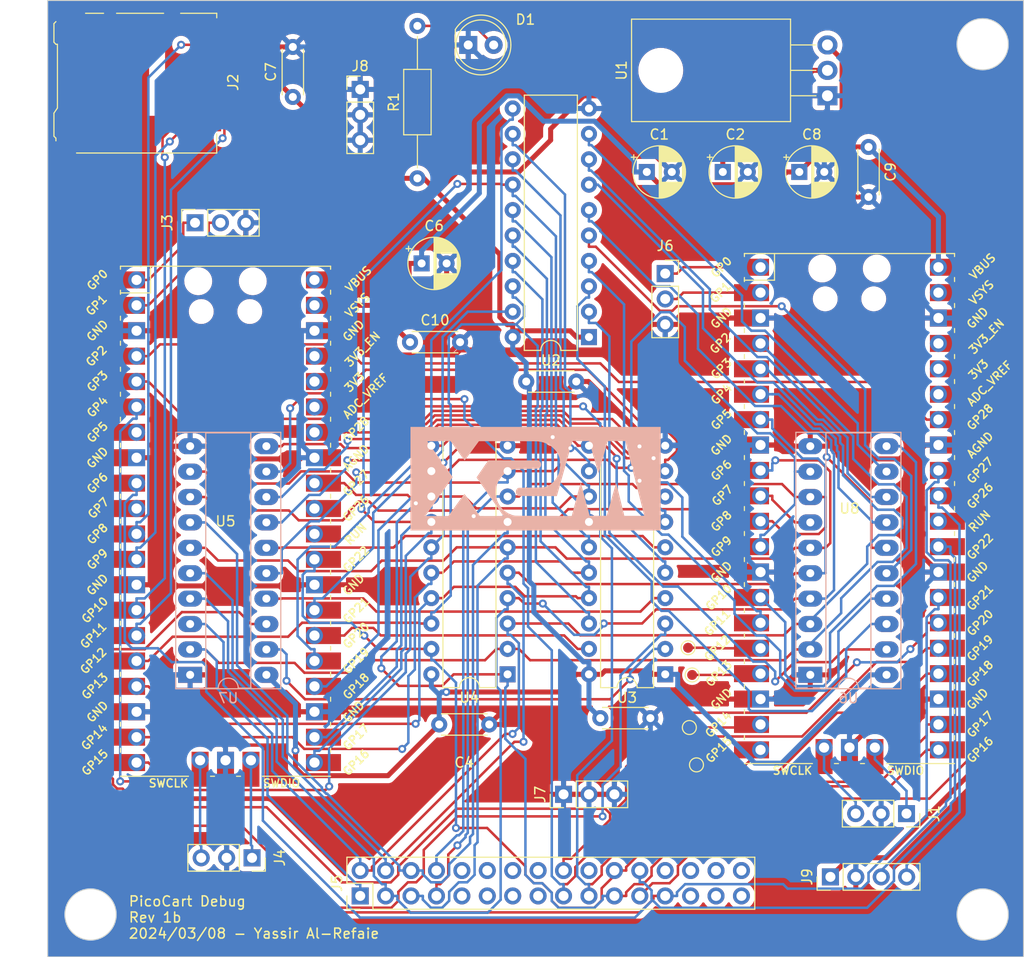
<source format=kicad_pcb>
(kicad_pcb (version 20240108) (generator "pcbnew") (generator_version "8.0")
  (layers (0 "F.Cu" signal) (31 "B.Cu" signal) (34 "B.Paste" user) (35 "F.Paste" user) (36 "B.SilkS" user "B.Silkscreen") (37 "F.SilkS" user "F.Silkscreen") (38 "B.Mask" user) (39 "F.Mask" user) (44 "Edge.Cuts" user))
  (net 0 "")
  (net 1 "+5V")
  (net 2 "GND")
  (net 3 "+3.3V")
  (net 4 "Net-(J1-Pin_3)")
  (net 5 "Net-(J1-Pin_1)")
  (net 6 "{slash}AOE")
  (net 7 "/E_A9")
  (net 8 "/E_A15")
  (net 9 "/E_A11")
  (net 10 "/E_A10")
  (net 11 "/E_A7")
  (net 12 "/E_A6")
  (net 13 "/E_A12")
  (net 14 "/E_A8")
  (net 15 "/E_A14")
  (net 16 "/E_A13")
  (net 17 "/E_A1")
  (net 18 "/E_A0")
  (net 19 "/E_A3")
  (net 20 "/E_A2")
  (net 21 "/E_A5")
  (net 22 "/E_A4")
  (net 27 "SPI_CS")
  (net 28 "SPI_MOSI")
  (net 29 "SPI_SCK")
  (net 30 "SPI_MISO")
  (net 32 "UART_TX")
  (net 33 "UART_RX")
  (net 34 "Net-(J4-Pin_1)")
  (net 35 "Net-(J4-Pin_3)")
  (net 36 "/I_D7")
  (net 37 "/I_D6")
  (net 38 "/I_D5")
  (net 39 "/I_D4")
  (net 40 "/I_D3")
  (net 41 "/I_D2")
  (net 42 "/I_D1")
  (net 43 "/I_D0")
  (net 44 "{slash}DOUT")
  (net 45 "{slash}DOE")
  (net 48 "{slash}I_WRITE")
  (net 49 "{slash}I_READ")
  (net 50 "{slash}I_SLTSEL")
  (net 51 "{slash}I_CS2")
  (net 52 "{slash}I_CS1")
  (net 53 "{slash}I_WAIT")
  (net 55 "SCL")
  (net 56 "SDA")
  (net 61 "Net-(D1-A)")
  (net 69 "D_UART_TX")
  (net 70 "D_UART_RX")
  (net 71 "{slash}AHOE")
  (net 72 "{slash}ALOE")
  (net 73 "/A1")
  (net 74 "/A2")
  (net 75 "/A4")
  (net 76 "/A7")
  (net 77 "/A6")
  (net 78 "/A3")
  (net 79 "/A5")
  (net 80 "/A0")
  (net 81 "/A14")
  (net 82 "/A8")
  (net 83 "/A12")
  (net 84 "/A15")
  (net 85 "/A13")
  (net 86 "/A11")
  (net 87 "/A10")
  (net 88 "/A9")
  (net 91 "I_CLK")
  (net 95 "{slash}I_CS12")
  (net 101 "AL_PULSE")
  (net 102 "AH_PULSE")
  (net 103 "Net-(U8-GPIO12)")
  (net 104 "Net-(U8-GPIO14)")
  (net 105 "Net-(U8-GPIO13)")
  (net 106 "Net-(U8-GPIO15)")
  (footprint "Capacitor_THT:C_Disc_D4.3mm_W1.9mm_P5.00mm" (layer "F.Cu") (at 88.54 105.41)
    (property "Reference" "C4")
    (property "Value" "100nF")
  )
  (footprint "Resistor_THT:R_Axial_DIN0207_L6.3mm_D2.5mm_P15.24mm_Horizontal" (layer "F.Cu") (at 86.36 50.8 90)
    (property "Reference" "R1")
    (property "Value" "R_Small")
  )
  (footprint "Connector_PinSocket_2.54mm:PinSocket_1x03_P2.54mm_Vertical" (layer "F.Cu") (at 69.835 118.745 -90)
    (property "Reference" "J4")
    (property "Value" "DEBUG")
  )
  (footprint "Capacitor_THT:C_Disc_D4.3mm_W1.9mm_P5.00mm" (layer "F.Cu") (at 97.235 71.12)
    (property "Reference" "C5" (hide yes))
    (property "Value" "100nF")
  )
  (footprint "Connector_PinHeader_2.54mm:PinHeader_1x03_P2.54mm_Vertical" (layer "F.Cu") (at 80.645 41.91)
    (property "Reference" "J8")
    (property "Value" "Ground Pins")
  )
  (footprint "Capacitor_THT:CP_Radial_D5.0mm_P2.50mm" (layer "F.Cu") (at 116.88 50.165)
    (property "Reference" "C2")
    (property "Value" "22uF")
  )
  (footprint "Package_DIP:DIP-20_W7.62mm" (layer "F.Cu") (at 111.125 100.397 180)
    (property "Reference" "U3")
    (property "Value" "74LS245")
  )
  (footprint "TestPoint:TestPoint_Pad_D1.0mm" (layer "F.Cu") (at 113.8174 100.457)
    (property "Reference" "TP2" (hide yes))
    (property "Value" "TestPoint" (hide yes))
  )
  (footprint "Connector_PinSocket_2.54mm:PinSocket_1x03_P2.54mm_Vertical" (layer "F.Cu") (at 135.24 114.325 -90)
    (property "Reference" "J1")
    (property "Value" "D_DEBUG")
  )
  (footprint "TestPoint:TestPoint_Pad_D1.0mm" (layer "F.Cu") (at 113.411 97.7392)
    (property "Reference" "TP1" (hide yes))
    (property "Value" "TestPoint" (hide yes))
  )
  (footprint "PicoCartLibrary:microSD_HC_Hirose_DM3AT-SF-PEJM5" (layer "F.Cu") (at 58.42 41.275 -90)
    (property "Reference" "J2")
    (property "Value" "Micro_SD_Card")
  )
  (footprint "LED_THT:LED_D5.0mm" (layer "F.Cu") (at 91.44 37.465)
    (property "Reference" "D1")
    (property "Value" "LED")
  )
  (footprint "Connector_PinHeader_2.54mm:PinHeader_2x16_P2.54mm_Vertical" (layer "F.Cu") (at 80.645 122.555 90)
    (property "Reference" "J5")
    (property "Value" "MSX Debug")
  )
  (footprint "Connector_PinHeader_2.54mm:PinHeader_1x03_P2.54mm_Vertical" (layer "F.Cu") (at 100.965 112.395 90)
    (property "Reference" "J7")
    (property "Value" "Ground Pins")
  )
  (footprint "Connector_PinHeader_2.54mm:PinHeader_1x04_P2.54mm_Vertical" (layer "F.Cu") (at 127.635 120.65 90)
    (property "Reference" "J9")
    (property "Value" "DEBUG_I2C")
  )
  (footprint "PicoCartLibrary:RPi_Pico_SMD_TH" (layer "F.Cu") (at 67.183 85.09)
    (property "Reference" "U5")
    (property "Value" "Pico")
  )
  (footprint "Connector_PinSocket_2.54mm:PinSocket_1x03_P2.54mm_Vertical" (layer "F.Cu") (at 111.125 60.325)
    (property "Reference" "J6")
    (property "Value" "D_UART")
  )
  (footprint "Capacitor_THT:CP_Radial_D5.0mm_P2.50mm" (layer "F.Cu") (at 124.5249 50.165)
    (property "Reference" "C8")
    (property "Value" "1uF")
  )
  (footprint "Package_DIP:DIP-20_W7.62mm" (layer "F.Cu") (at 103.505 66.675 180)
    (property "Reference" "U2")
    (property "Value" "74LS245")
  )
  (footprint "Connector_PinSocket_2.54mm:PinSocket_1x03_P2.54mm_Vertical" (layer "F.Cu") (at 64.135 55.245 90)
    (property "Reference" "J3")
    (property "Value" "UART")
  )
  (footprint "Capacitor_THT:CP_Radial_D5.0mm_P2.50mm" (layer "F.Cu") (at 86.781 59.309)
    (property "Reference" "C6")
    (property "Value" "1uF")
  )
  (footprint "PicoCartLibrary:RPi_Pico_SMD_TH" (layer "F.Cu") (at 129.54 83.82)
    (property "Reference" "U8")
    (property "Value" "Pico")
  )
  (footprint "Package_TO_SOT_THT:TO-220-3_Horizontal_TabDown" (layer "F.Cu") (at 127.34 42.545 90)
    (property "Reference" "U1")
    (property "Value" "LD1117S33TR_SOT223" (hide yes))
  )
  (footprint "Capacitor_THT:C_Disc_D4.3mm_W1.9mm_P5.00mm" (layer "F.Cu") (at 131.445 47.665 -90)
    (property "Reference" "C9")
    (property "Value" "100nF")
  )
  (footprint "Capacitor_THT:CP_Radial_D5.0mm_P2.50mm" (layer "F.Cu") (at 109.2849 50.165)
    (property "Reference" "C1")
    (property "Value" "10uF")
  )
  (footprint "TestPoint:TestPoint_Pad_D1.0mm" (layer "F.Cu") (at 114.2492 109.4486)
    (property "Reference" "TP4" (hide yes))
    (property "Value" "TestPoint" (hide yes))
  )
  (footprint "TestPoint:TestPoint_Pad_D1.0mm" (layer "F.Cu") (at 113.538 105.7148)
    (property "Reference" "TP3" (hide yes))
    (property "Value" "TestPoint" (hide yes))
  )
  (footprint "Capacitor_THT:C_Disc_D4.3mm_W1.9mm_P5.00mm" (layer "F.Cu") (at 73.91 42.665 90)
    (property "Reference" "C7")
    (property "Value" "100nF")
  )
  (footprint "Package_DIP:DIP-20_W7.62mm" (layer "F.Cu") (at 95.3725 100.397 180)
    (property "Reference" "U4")
    (property "Value" "74LS245")
  )
  (footprint "Capacitor_THT:C_Disc_D4.3mm_W1.9mm_P5.00mm" (layer "F.Cu") (at 85.6229 67.183)
    (property "Reference" "C10")
    (property "Value" "100nF")
  )
  (footprint "Capacitor_THT:C_Disc_D4.3mm_W1.9mm_P5.00mm" (layer "F.Cu") (at 104.64 104.775)
    (property "Reference" "C3" (hide yes))
    (property "Value" "100nF")
  )
  (footprint "Package_DIP:DIP-20_W7.62mm_Socket_LongPads" (layer "B.Cu") (at 63.647 100.447)
    (property "Reference" "U7")
    (property "Value" "74HCT574")
  )
  (footprint "Package_DIP:DIP-20_W7.62mm_Socket_LongPads" (layer "B.Cu") (at 125.623 100.447)
    (property "Reference" "U6")
    (property "Value" "74HCT574")
  )
  (footprint "LOGO" (layer "B.Cu") (at 98.171 80.8355 180)
    (property "Reference" "G***" (hide yes))
    (property "Value" "LOGO" (hide yes))
  )
  (gr_circle (center 142.8496 124.4092) (end 144.8054 126.0602) (stroke (width 0.1)) (fill none) (layer "Edge.Cuts"))
  (gr_circle (center 142.8496 37.3888) (end 144.8054 39.0398) (stroke (width 0.1)) (fill none) (layer "Edge.Cuts"))
  (gr_rect (start 49.403 33.02) (end 146.939 128.651) (stroke (width 0.1)) (fill none) (layer "Edge.Cuts"))
  (gr_circle (center 53.6956 124.4092) (end 55.6514 126.0602) (stroke (width 0.1)) (fill none) (layer "Edge.Cuts"))
  (gr_text "PicoCart Debug\nRev 1b\n2024/03/08 - Yassir Al-Refaie" (at 57.4294 126.8984 0) (layer "F.SilkS") (effects (font (size 1 1)) (justify left bottom)))
  (segment (start 122.0005 51.4377) (end 110.5576 51.4377) (width 0.5) (layer "F.Cu") (net 1))
  (segment (start 142.0339 61.607) (end 142.0339 109.8727) (width 0.5) (layer "F.Cu") (net 1))
  (segment (start 86.781 59.309) (end 85.5293 59.309) (width 0.5) (layer "F.Cu") (net 1))
  (segment (start 128.8039 38.9289) (end 127.34 37.465) (width 0.5) (layer "F.Cu") (net 1))
  (segment (start 128.8039 47.665) (end 128.8039 38.9289) (width 0.5) (layer "F.Cu") (net 1))
  (segment (start 140.1169 59.69) (end 142.0339 61.607) (width 0.5) (layer "F.Cu") (net 1))
  (segment (start 76.073 63.5) (end 81.9399 63.5) (width 0.5) (layer "F.Cu") (net 1))
  (segment (start 138.43 59.69) (end 140.1169 59.69) (width 0.5) (layer "F.Cu") (net 1))
  (segment (start 85.5293 59.309) (end 85.5293 60.5607) (width 0.5) (layer "F.Cu") (net 1))
  (segment (start 124.5249 50.165) (end 123.2732 50.165) (width 0.5) (layer "F.Cu") (net 1))
  (segment (start 127.0249 47.665) (end 124.5249 50.165) (width 0.5) (layer "F.Cu") (net 1))
  (segment (start 129.5502 118.7348) (end 127.635 120.65) (width 0.5) (layer "F.Cu") (net 1))
  (segment (start 133.1718 118.7348) (end 129.5502 118.7348) (width 0.5) (layer "F.Cu") (net 1))
  (segment (start 128.8039 47.665) (end 127.0249 47.665) (width 0.5) (layer "F.Cu") (net 1))
  (segment (start 131.445 47.665) (end 128.8039 47.665) (width 0.5) (layer "F.Cu") (net 1))
  (segment (start 81.9399 63.5) (end 82.265 63.825) (width 0.5) (layer "F.Cu") (net 1))
  (segment (start 85.5293 60.5607) (end 82.265 63.825) (width 0.5) (layer "F.Cu") (net 1))
  (segment (start 142.0339 109.8727) (end 133.1718 118.7348) (width 0.5) (layer "F.Cu") (net 1))
  (segment (start 110.5576 51.4377) (end 109.2849 50.165) (width 0.5) (layer "F.Cu") (net 1))
  (segment (start 82.265 63.825) (end 85.6229 67.183) (width 0.5) (layer "F.Cu") (net 1))
  (segment (start 123.2732 50.165) (end 122.0005 51.4377) (width 0.5) (layer "F.Cu") (net 1))
  (segment (start 96.4409 42.5546) (end 95.3103 42.5546) (width 0.5) (layer "B.Cu") (net 1))
  (segment (start 98.9713 45.085) (end 96.4409 42.5546) (width 0.5) (layer "B.Cu") (net 1))
  (segment (start 109.2849 50.165) (end 108.0332 50.165) (width 0.5) (layer "B.Cu") (net 1))
  (segment (start 138.43 54.65) (end 138.43 59.69) (width 0.5) (layer "B.Cu") (net 1))
  (segment (start 95.3103 42.5546) (end 92.5466 45.3183) (width 0.5) (layer "B.Cu") (net 1))
  (segment (start 108.0332 50.165) (end 108.0332 49.0698) (width 0.5) (layer "B.Cu") (net 1))
  (segment (start 92.5466 45.3183) (end 92.5466 52.2917) (width 0.5) (layer "B.Cu") (net 1))
  (segment (start 131.445 47.665) (end 138.43 54.65) (width 0.5) (layer "B.Cu") (net 1))
  (segment (start 92.5466 52.2917) (end 86.781 58.0573) (width 0.5) (layer "B.Cu") (net 1))
  (segment (start 104.0484 45.085) (end 98.9713 45.085) (width 0.5) (layer "B.Cu") (net 1))
  (segment (start 86.781 59.309) (end 86.781 58.0573) (width 0.5) (layer "B.Cu") (net 1))
  (segment (start 108.0332 49.0698) (end 104.0484 45.085) (width 0.5) (layer "B.Cu") (net 1))
  (segment (start 135.8885 87.6285) (end 135.8885 78.857) (width 0.5) (layer "F.Cu") (net 2))
  (segment (start 68.0603 38.5711) (end 69.0082 37.6232) (width 0.5) (layer "F.Cu") (net 2))
  (segment (start 105.4349 43.815) (end 103.505 43.815) (width 0.5) (layer "F.Cu") (net 2))
  (segment (start 132.4252 104.8348) (end 135.1635 104.8348) (width 0.5) (layer "F.Cu") (net 2))
  (segment (start 67.183 64.8433) (end 67.183 58.5787) (width 0.5) (layer "F.Cu") (net 2))
  (segment (start 74.6544 78.8569) (end 74.7713 78.74) (width 0.5) (layer "F.Cu") (net 2))
  (segment (start 60.8423 78.74) (end 61.9953 77.587) (width 0.5) (layer "F.Cu") (net 2))
  (segment (start 129.54 107.72) (end 132.4252 104.8348) (width 0.5) (layer "F.Cu") (net 2))
  (segment (start 65.2987 100.447) (end 68.9917 104.14) (width 0.5) (layer "F.Cu") (net 2))
  (segment (start 65.2987 77.587) (end 66.5686 78.8569) (width 0.5) (layer "F.Cu") (net 2))
  (segment (start 90.6229 67.9644) (end 90.1228 68.4645) (width 0.5) (layer "F.Cu") (net 2))
  (segment (start 76.073 104.14) (end 79.1747 104.14) (width 0.5) (layer "F.Cu") (net 2))
  (segment (start 90.1228 68.4645) (end 81.5992 68.4645) (width 0.5) (layer "F.Cu") (net 2))
  (segment (start 100.965 112.395) (end 100.965 111.0933) (width 0.5) (layer "F.Cu") (net 2))
  (segment (start 100.965 109.9025) (end 96.4725 105.41) (width 0.5) (layer "F.Cu") (net 2))
  (segment (start 109.8233 65.405) (end 107.2639 67.9644) (width 0.5) (layer "F.Cu") (net 2))
  (segment (start 63.647 100.447) (end 65.2987 100.447) (width 0.5) (layer "F.Cu") (net 2))
  (segment (start 138.43 90.17) (end 135.8885 87.6285) (width 0.5) (layer "F.Cu") (net 2))
  (segment (start 67.2178 38.5711) (end 68.0603 38.5711) (width 0.5) (layer "F.Cu") (net 2))
  (segment (start 63.647 77.587) (end 61.9953 77.587) (width 0.5) (layer "F.Cu") (net 2))
  (segment (start 138.43 102.87) (end 137.1283 102.87) (width 0.5) (layer "F.Cu") (net 2))
  (segment (start 125.623 77.587) (end 123.9713 77.587) (width 0.5) (layer "F.Cu") (net 2))
  (segment (start 109.8733 77.537) (end 103.4563 71.12) (width 0.5) (layer "F.Cu") (net 2))
  (segment (start 91.44 37.465) (end 90.0883 37.465) (width 0.5) (layer "F.Cu") (net 2))
  (segment (start 109.64 104.775) (end 111.545 102.87) (width 0.5) (layer "F.Cu") (net 2))
  (segment (start 69.05 37.665) (end 73.91 37.665) (width 0.5) (layer "F.Cu") (net 2))
  (segment (start 63.647 77.587) (end 65.2987 77.587) (width 0.5) (layer "F.Cu") (net 2))
  (segment (start 111.125 65.405) (end 109.8233 65.405) (width 0.5) (layer "F.Cu") (net 2))
  (segment (start 131.445 52.665) (end 129.5249 52.665) (width 0.5) (layer "F.Cu") (net 2))
  (segment (start 59.5947 91.44) (end 59.6532 91.44) (width 0.5) (layer "F.Cu") (net 2))
  (segment (start 135.8885 78.857) (end 135.8885 78.7098) (width 0.5) (layer "F.Cu") (net 2))
  (segment (start 59.7702 91.557) (end 59.6532 91.44) (width 0.5) (layer "F.Cu") (net 2))
  (segment (start 96.4725 105.41) (end 93.54 105.41) (width 0.5) (layer "F.Cu") (net 2))
  (segment (start 123.9713 100.8504) (end 121.9517 102.87) (width 0.5) (layer "F.Cu") (net 2))
  (segment (start 135.1635 104.8348) (end 137.1283 102.87) (width 0.5) (layer "F.Cu") (net 2))
  (segment (start 59.6532 91.44) (end 59.6532 78.74) (width 0.5) (layer "F.Cu") (net 2))
  (segment (start 103.4563 71.12) (end 102.235 71.12) (width 0.5) (layer "F.Cu") (net 2))
  (segment (start 106.045 112.395) (end 103.505 112.395) (width 0.5) (layer "F.Cu") (net 2))
  (segment (start 125.623 77.587) (end 130.3621 77.587) (width 0.5) (layer "F.Cu") (net 2))
  (segment (start 90.6229 67.9644) (end 90.6229 67.183) (width 0.5) (layer "F.Cu") (net 2))
  (segment (start 111.7849 50.165) (end 105.4349 43.815) (width 0.5) (layer "F.Cu") (net 2))
  (segment (start 66.145 38.55) (end 67.1967 38.55) (width 0.5) (layer "F.Cu") (net 2))
  (segment (start 120.65 64.77) (end 113.0617 64.77) (width 0.5) (layer "F.Cu") (net 2))
  (segment (start 67.1967 35.8117) (end 69.0082 37.6232) (width 0.5) (layer "F.Cu") (net 2))
  (segment (start 120.65 102.87) (end 121.9517 102.87) (width 0.5) (layer "F.Cu") (net 2))
  (segment (start 59.6532 78.74) (end 60.8423 78.74) (width 0.5) (layer "F.Cu") (net 2))
  (segment (start 89.281 59.309) (end 89.281 65.8411) (width 0.5) (layer "F.Cu") (net 2))
  (segment (start 76.073 78.74) (end 74.7713 78.74) (width 0.5) (layer "F.Cu") (net 2))
  (segment (start 89.281 65.8411) (end 90.6229 67.183) (width 0.5) (layer "F.Cu") (net 2))
  (segment (start 80.645 41.91) (end 85.6433 41.91) (width 0.5) (layer "F.Cu") (net 2))
  (segment (start 135.8885 78.7098) (end 137.1283 77.47) (width 0.5) (layer "F.Cu") (net 2))
  (segment (start 69.215 56.5467) (end 69.215 55.245) (width 0.5) (layer "F.Cu") (net 2))
  (segment (start 92.27 104.14) (end 93.54 105.41) (width 0.5) (layer "F.Cu") (net 2))
  (segment (start 76.073 91.44) (end 74.7713 91.44) (width 0.5) (layer "F.Cu") (net 2))
  (segment (start 100.965 111.0933) (end 100.965 109.9025) (width 0.5) (layer "F.Cu") (net 2))
  (segment (start 67.1967 38.55) (end 67.2178 38.5711) (width 0.5) (layer "F.Cu") (net 2))
  (segment (start 130.3621 77.587) (end 131.6321 78.857) (width 0.5) (layer "F.Cu") (net 2))
  (segment (start 74.6543 91.557) (end 59.7702 91.557) (width 0.5) (layer "F.Cu") (net 2))
  (segment (start 131.6321 78.857) (end 135.8885 78.857) (width 0.5) (layer "F.Cu") (net 2))
  (segment (start 67.1967 35.4) (end 67.1967 35.8117) (width 0.5) (layer "F.Cu") (net 2))
  (segment (start 68.3797 66.04) (end 67.183 64.8433) (width 0.5) (layer "F.Cu") (net 2))
  (segment (start 76.073 66.04) (end 79.1747 66.04) (width 0.5) (layer "F.Cu") (net 2))
  (segment (start 111.545 102.87) (end 120.65 102.87) (width 0.5) (layer "F.Cu") (net 2))
  (segment (start 123.8543 77.47) (end 123.9713 77.587) (width 0.5) (layer "F.Cu") (net 2))
  (segment (start 113.0617 64.77) (end 112.4267 65.405) (width 0.5) (layer "F.Cu") (net 2))
  (segment (start 66.145 35.4) (end 67.1967 35.4) (width 0.5) (layer "F.Cu") (net 2))
  (segment (start 58.293 91.44) (end 59.5947 91.44) (width 0.5) (layer "F.Cu") (net 2))
  (segment (start 79.1747 104.14) (end 92.27 104.14) (width 0.5) (layer "F.Cu") (net 2))
  (segment (start 81.5992 68.4645) (end 79.1747 66.04) (width 0.5) (layer "F.Cu") (net 2))
  (segment (start 74.7713 91.44) (end 74.6543 91.557) (width 0.5) (layer "F.Cu") (net 2))
  (segment (start 111.125 77.537) (end 109.8733 77.537) (width 0.5) (layer "F.Cu") (net 2))
  (segment (start 58.293 66.04) (end 68.3797 66.04) (width 0.5) (layer "F.Cu") (net 2))
  (segment (start 120.65 77.47) (end 123.8543 77.47) (width 0.5) (layer "F.Cu") (net 2))
  (segment (start 68.3797 66.04) (end 76.073 66.04) (width 0.5) (layer "F.Cu") (net 2))
  (segment (start 67.183 58.5787) (end 69.215 56.5467) (width 0.5) (layer "F.Cu") (net 2))
  (segment (start 129.5249 52.665) (end 127.0249 50.165) (width 0.5) (layer "F.Cu") (net 2))
  (segment (start 58.293 78.74) (end 59.6532 78.74) (width 0.5) (layer "F.Cu") (net 2))
  (segment (start 66.5686 78.8569) (end 74.6544 78.8569) (width 0.5) (layer "F.Cu") (net 2))
  (segment (start 85.6433 41.91) (end 90.0883 37.465) (width 0.5) (layer "F.Cu") (net 2))
  (segment (start 111.125 65.405) (end 112.4267 65.405) (width 0.5) (layer "F.Cu") (net 2))
  (segment (start 68.9917 104.14) (end 76.073 104.14) (width 0.5) (layer "F.Cu") (net 2))
  (segment (start 123.9713 100.447) (end 123.9713 100.8504) (width 0.5) (layer "F.Cu") (net 2))
  (segment (start 69.0082 37.6232) (end 69.05 37.665) (width 0.5) (layer "F.Cu") (net 2))
  (segment (start 138.43 77.47) (end 137.1283 77.47) (width 0.5) (layer "F.Cu") (net 2))
  (segment (start 107.2639 67.9644) (end 90.6229 67.9644) (width 0.5) (layer "F.Cu") (net 2))
  (segment (start 103.505 112.395) (end 100.965 112.395) (width 0.5) (layer "F.Cu") (net 2))
  (segment (start 125.623 100.447) (end 123.9713 100.447) (width 0.5) (layer "F.Cu") (net 2))
  (segment (start 136.6112 99.3471) (end 136.6112 91.9888) (width 0.5) (layer "B.Cu") (net 2))
  (segment (start 129.54 106.4183) (end 136.6112 99.3471) (width 0.5) (layer "B.Cu") (net 2))
  (segment (start 131.445 52.665) (end 135.4258 56.6458) (width 0.5) (layer "B.Cu") (net 2))
  (segment (start 135.4258 56.6458) (end 135.4258 61.7658) (width 0.5) (layer "B.Cu") (net 2))
  (segment (start 132.7 112.1817) (end 132.7 114.325) (width 0.5) (layer "B.Cu") (net 2))
  (segment (start 76.073 66.04) (end 74.7713 66.04) (width 0.5) (layer "B.Cu") (net 2))
  (segment (start 80.645 46.99) (end 78.7717 46.99) (width 0.5) (layer "B.Cu") (net 2))
  (segment (start 99.7259 41.2876) (end 95.2626 41.2876) (width 0.5) (layer "B.Cu") (net 2))
  (segment (start 109.64 104.775) (end 109.64 107.4983) (width 0.5) (layer "B.Cu") (net 2))
  (segment (start 123.9713 93.4913) (end 123.9713 100.447) (width 0.5) (layer "B.Cu") (net 2))
  (segment (start 102.2533 43.815) (end 99.7259 41.2876) (width 0.5) (layer "B.Cu") (net 2))
  (segment (start 111.125 77.47) (end 119.3483 77.47) (width 0.5) (layer "B.Cu") (net 2))
  (segment (start 80.645 41.91) (end 79.3433 41.91) (width 0.5) (layer "B.Cu") (net 2))
  (segment (start 120.65 77.47) (end 119.3483 77.47) (width 0.5) (layer "B.Cu") (net 2))
  (segment (start 130.175 120.65) (end 130.175 119.3483) (width 0.5) (layer "B.Cu") (net 2))
  (segment (start 80.645 46.99) (end 80.645 44.45) (width 0.5) (layer "B.Cu") (net 2))
  (segment (start 95.3725 71.9326) (end 90.6229 67.183) (width 0.5) (layer "B.Cu") (net 2))
  (segment (start 63.647 100.447) (end 61.9953 100.447) (width 0.5) (layer "B.Cu") (net 2))
  (segment (start 74.7713 77.4383) (end 76.073 78.74) (width 0.5) (layer "B.Cu") (net 2))
  (segment (start 132.7 116.8233) (end 130.175 119.3483) (width 0.5) (layer "B.Cu") (net 2))
  (segment (start 136.6112 91.9888) (end 138.43 90.17) (width 0.5) (layer "B.Cu") (net 2))
  (segment (start 95.3725 77.537) (end 95.3725 71.9326) (width 0.5) (layer "B.Cu") (net 2))
  (segment (start 106.045 112.395) (end 106.045 111.0933) (width 0.5) (layer "B.Cu") (net 2))
  (segment (start 120.65 90.17) (end 123.9713 93.4913) (width 0.5) (layer "B.Cu") (net 2))
  (segment (start 129.54 109.0217) (end 132.7 112.1817) (width 0.5) (layer "B.Cu") (net 2))
  (segment (start 80.645 44.45) (end 80.645 41.91) (width 0.5) (layer "B.Cu") (net 2))
  (segment (start 103.505 43.815) (end 102.2533 43.815) (width 0.5) (layer "B.Cu") (net 2))
  (segment (start 132.7 114.325) (end 132.7 116.8233) (width 0.5) (layer "B.Cu") (net 2))
  (segment (start 127.0249 50.165) (end 127.0249 48.9104) (width 0.5) (layer "B.Cu") (net 2))
  (segment (start 67.183 117.3313) (end 67.183 108.99) (width 0.5) (layer "B.Cu") (net 2))
  (segment (start 67.295 117.4433) (end 67.183 117.3313) (width 0.5) (layer "B.Cu") (net 2))
  (segment (start 95.2626 41.2876) (end 91.44 37.465) (width 0.5) (layer "B.Cu") (net 2))
  (segment (start 120.6346 48.9104) (end 127.0249 48.9104) (width 0.5) (layer "B.Cu") (net 2))
  (segment (start 67.183 107.6883) (end 63.6347 104.14) (width 0.5) (layer "B.Cu") (net 2))
  (segment (start 79.3433 41.91) (end 75.0983 37.665) (width 0.5) (layer "B.Cu") (net 2))
  (segment (start 127.34 42.545) (end 127.34 43.9492) (width 0.5) (layer "B.Cu") (net 2))
  (segment (start 75.0983 37.665) (end 73.91 37.665) (width 0.5) (layer "B.Cu") (net 2))
  (segment (start 125.623 100.447) (end 123.9713 100.447) (width 0.5) (layer "B.Cu") (net 2))
  (segment (start 61.9953 104.14) (end 61.9953 100.447) (width 0.5) (layer "B.Cu") (net 2))
  (segment (start 118.1262 48.9112) (end 119.38 50.165) (width 0.5) (layer "B.Cu") (net 2))
  (segment (start 119.3483 88.8683) (end 120.65 90.17) (width 0.5) (layer "B.Cu") (net 2))
  (segment (start 63.6347 104.14) (end 61.9953 104.14) (width 0.5) (layer "B.Cu") (net 2))
  (segment (start 78.7717 46.99) (end 70.5167 55.245) (width 0.5) (layer "B.Cu") (net 2))
  (segment (start 113.0387 48.9112) (end 118.1262 48.9112) (width 0.5) (layer "B.Cu") (net 2))
  (segment (start 67.183 108.99) (end 67.183 107.6883) (width 0.5) (layer "B.Cu") (net 2))
  (segment (start 109.64 107.4983) (end 106.045 111.0933) (width 0.5) (layer "B.Cu") (net 2))
  (segment (start 135.4258 61.7658) (end 138.43 64.77) (width 0.5) (layer "B.Cu") (net 2))
  (segment (start 127.0249 44.2643) (end 127.34 43.9492) (width 0.5) (layer "B.Cu") (net 2))
  (segment (start 111.125 65.405) (end 111.125 77.47) (width 0.5) (layer "B.Cu") (net 2))
  (segment (start 61.9953 104.14) (end 59.5947 104.14) (width 0.5) (layer "B.Cu") (net 2))
  (segment (start 69.215 55.245) (end 70.5167 55.245) (width 0.5) (layer "B.Cu") (net 2))
  (segment (start 67.295 118.745) (end 67.295 117.4433) (width 0.5) (layer "B.Cu") (net 2))
  (segment (start 111.125 77.47) (end 111.125 77.537) (width 0.5) (layer "B.Cu") (net 2))
  (segment (start 119.38 50.165) (end 120.6346 48.9104) (width 0.5) (layer "B.Cu") (net 2))
  (segment (start 58.293 104.14) (end 59.5947 104.14) (width 0.5) (layer "B.Cu") (net 2))
  (segment (start 129.54 107.72) (end 129.54 106.4183) (width 0.5) (layer "B.Cu") (net 2))
  (segment (start 111.7849 50.165) (end 113.0387 48.9112) (width 0.5) (layer "B.Cu") (net 2))
  (segment (start 127.0249 48.9104) (end 127.0249 44.2643) (width 0.5) (layer "B.Cu") (net 2))
  (segment (start 129.54 108.3182) (end 129.54 109.0217) (width 0.5) (layer "B.Cu") (net 2))
  (segment (start 74.7713 66.04) (end 74.7713 77.4383) (width 0.5) (layer "B.Cu") (net 2))
  (segment (start 119.3483 77.47) (end 119.3483 88.8683) (width 0.5) (layer "B.Cu") (net 2))
  (segment (start 129.54 108.3182) (end 129.54 107.72) (width 0.5) (layer "B.Cu") (net 2))
  (segment (start 95.885 66.675) (end 95.885 66.0491) (width 0.5) (layer "F.Cu") (net 3))
  (segment (start 104.1309 100.397) (end 104.7567 100.397) (width 0.5) (layer "F.Cu") (net 3))
  (segment (start 95.3406 65.4233) (end 95.885 65.4233) (width 0.5) (layer "F.Cu") (net 3))
  (segment (start 96.4952 50.165) (end 90.3349 50.165) (width 0.5) (layer "F.Cu") (net 3))
  (segment (start 105.1053 100.0484) (end 104.7567 100.397) (width 0.5) (layer "F.Cu") (net 3))
  (segment (start 125.8883 40.005) (end 116.98 48.9133) (width 0.5) (layer "F.Cu") (net 3))
  (segment (start 86.995 50.8) (end 88.3475 52.1524) (width 0.5) (layer "F.Cu") (net 3))
  (segment (start 86.36 50.8) (end 86.995 50.8) (width 0.5) (layer "F.Cu") (net 3))
  (segment (start 83.4199 110.5301) (end 74.9681 110.5301) (width 0.5) (layer "F.Cu") (net 3))
  (segment (start 99.6752 46.985) (end 96.4952 50.165) (width 0.5) (layer "F.Cu") (net 3))
  (segment (start 66.145 40.75) (end 71.995 40.75) (width 0.5) (layer "F.Cu") (net 3))
  (segment (start 110.519 42.5523) (end 102.9806 42.5523) (width 0.5) (layer "F.Cu") (net 3))
  (segment (start 95.885 66.0491) (end 101.6274 66.0491) (width 0.5) (layer "F.Cu") (net 3))
  (segment (start 103.505 100.397) (end 102.2533 100.397) (width 0.5) (layer "F.Cu") (net 3))
  (segment (start 102.2533 100.397) (end 100.4871 102.1632) (width 0.5) (layer "F.Cu") (net 3))
  (segment (start 100.4871 102.1632) (end 89.2439 102.1632) (width 0.5) (layer "F.Cu") (net 3))
  (segment (start 103.505 66.675) (end 102.2533 66.675) (width 0.5) (layer "F.Cu") (net 3))
  (segment (start 74.1742 109.7362) (end 74.1742 108.0082) (width 0.5) (layer "F.Cu") (net 3))
  (segment (start 88.54 105.41) (end 83.4199 110.5301) (width 0.5) (layer "F.Cu") (net 3))
  (segment (start 104.1309 100.397) (end 103.505 100.397) (width 0.5) (layer "F.Cu") (net 3))
  (segment (start 90.3349 50.165) (end 88.3475 52.1524) (width 0.5) (layer "F.Cu") (net 3))
  (segment (start 116.88 48.9133) (end 110.519 42.5523) (width 0.5) (layer "F.Cu") (net 3))
  (segment (start 109.5247 100.0484) (end 105.1053 100.0484) (width 0.5) (layer "F.Cu") (net 3))
  (segment (start 127.34 40.005) (end 125.8883 40.005) (width 0.5) (layer "F.Cu") (net 3))
  (segment (start 95.885 66.0491) (end 95.885 65.4233) (width 0.5) (layer "F.Cu") (net 3))
  (segment (start 88.3475 52.1524) (end 94.5952 58.4002) (width 0.5) (layer "F.Cu") (net 3))
  (segment (start 109.8733 100.397) (end 109.5247 100.0484) (width 0.5) (layer "F.Cu") (net 3))
  (segment (start 74.9681 110.5301) (end 74.1742 109.7362) (width 0.5) (layer "F.Cu") (net 3))
  (segment (start 111.125 100.397) (end 109.8733 100.397) (width 0.5) (layer "F.Cu") (net 3))
  (segment (start 102.9806 42.5523) (end 99.6752 45.8577) (width 0.5) (layer "F.Cu") (net 3))
  (segment (start 94.5952 58.4002) (end 94.5952 64.6779) (width 0.5) (layer "F.Cu") (net 3))
  (segment (start 101.6274 66.0491) (end 102.2533 66.675) (width 0.5) (layer "F.Cu") (net 3))
  (segment (start 116.88 50.165) (end 116.88 48.9133) (width 0.5) (layer "F.Cu") (net 3))
  (segment (start 116.98 48.9133) (end 116.88 48.9133) (width 0.5) (layer "F.Cu") (net 3))
  (segment (start 94.5952 64.6779) (end 95.3406 65.4233) (width 0.5) (layer "F.Cu") (net 3))
  (segment (start 82.045 50.8) (end 73.91 42.665) (width 0.5) (layer "F.Cu") (net 3))
  (segment (start 86.36 50.8) (end 82.045 50.8) (width 0.5) (layer "F.Cu") (net 3))
  (segment (start 99.6752 45.8577) (end 99.6752 46.985) (width 0.5) (layer "F.Cu") (net 3))
  (segment (start 71.995 40.75) (end 73.91 42.665) (width 0.5) (layer "F.Cu") (net 3))
  (via (at 74.1742 108.0082) (size 0.8) (drill 0.4) (layers "F.Cu" "B.Cu") (net 3))
  (via (at 89.2439 102.1632) (size 0.8) (drill 0.4) (layers "F.Cu" "B.Cu") (net 3))
  (segment (start 89.2439 102.1632) (end 88.813 102.1632) (width 0.5) (layer "B.Cu") (net 3))
  (segment (start 122.7627 109.2756) (end 131.5913 100.447) (width 0.5) (layer "B.Cu") (net 3))
  (segment (start 97.235 69.2767) (end 97.235 71.12) (width 0.5) (layer "B.Cu") (net 3))
  (segment (start 133.243 100.447) (end 131.5913 100.447) (width 0.5) (layer "B.Cu") (net 3))
  (segment (start 87.7525 100.397) (end 87.7525 101.6487) (width 0.5) (layer "B.Cu") (net 3))
  (segment (start 111.125 100.397) (end 112.3767 100.397) (width 0.5) (layer "B.Cu") (net 3))
  (segment (start 74.1742 103.3542) (end 74.1742 108.0082) (width 0.5) (layer "B.Cu") (net 3))
  (segment (start 103.505 103.64) (end 104.64 104.775) (width 0.5) (layer "B.Cu") (net 3))
  (segment (start 97.9951 94.1798) (end 97.9951 91.5452) (width 0.5) (layer "B.Cu") (net 3))
  (segment (start 103.505 100.397) (end 103.505 103.64) (width 0.5) (layer "B.Cu") (net 3))
  (segment (start 103.505 99.1453) (end 102.9606 99.1453) (width 0.5) (layer "B.Cu") (net 3))
  (segment (start 97.5434 71.4284) (end 97.235 71.12) (width 0.5) (layer "B.Cu") (net 3))
  (segment (start 95.885 67.9267) (end 97.235 69.2767) (width 0.5) (layer "B.Cu") (net 3))
  (segment (start 103.505 100.397) (end 103.505 99.1453) (width 0.5) (layer "B.Cu") (net 3))
  (segment (start 102.9606 99.1453) (end 97.9951 94.1798) (width 0.5) (layer "B.Cu") (net 3))
  (segment (start 95.885 66.675) (end 95.885 67.9267) (width 0.5) (layer "B.Cu") (net 3))
  (segment (start 71.267 100.447) (end 74.1742 103.3542) (width 0.5) (layer "B.Cu") (net 3))
  (segment (start 88.813 102.1632) (end 88.54 102.4362) (width 0.5) (layer "B.Cu") (net 3))
  (segment (start 112.3767 101.5705) (end 120.0818 109.2756) (width 0.5) (layer "B.Cu") (net 3))
  (segment (start 120.0818 109.2756) (end 122.7627 109.2756) (width 0.5) (layer "B.Cu") (net 3))
  (segment (start 112.3767 100.397) (end 112.3767 101.5705) (width 0.5) (layer "B.Cu") (net 3))
  (segment (start 97.9951 91.5452) (end 97.5434 91.0935) (width 0.5) (layer "B.Cu") (net 3))
  (segment (start 88.54 102.4362) (end 88.54 105.41) (width 0.5) (layer "B.Cu") (net 3))
  (segment (start 87.7525 101.6487) (end 88.54 102.4362) (width 0.5) (layer "B.Cu") (net 3))
  (segment (start 97.5434 91.0935) (end 97.5434 71.4284) (width 0.5) (layer "B.Cu") (net 3))
  (segment (start 127 109.9883) (end 130.16 113.1483) (width 0.25) (layer "B.Cu") (net 4))
  (segment (start 130.16 114.325) (end 130.16 113.1483) (width 0.25) (layer "B.Cu") (net 4))
  (segment (start 127 107.72) (end 127 109.9883) (width 0.25) (layer "B.Cu") (net 4))
  (segment (start 132.08 108.8967) (end 135.24 112.0567) (width 0.25) (layer "B.Cu") (net 5))
  (segment (start 135.24 112.0567) (end 135.24 114.325) (width 0.25) (layer "B.Cu") (net 5))
  (segment (start 132.08 107.72) (end 132.08 108.8967) (width 0.25) (layer "B.Cu") (net 5))
  (segment (start 95.3725 80.077) (end 94.2458 80.077) (width 0.25) (layer "F.Cu") (net 11))
  (segment (start 66.3642 81.3175) (end 65.1737 80.127) (width 0.25) (layer "F.Cu") (net 11))
  (segment (start 105.3649 78.949) (end 106.1662 79.7503) (width 0.25) (layer "F.Cu") (net 11))
  (segment (start 101.1387 78.949) (end 105.3649 78.949) (width 0.25) (layer "F.Cu") (net 11))
  (segment (start 94.2458 80.077) (end 93.1025 81.2203) (width 0.25) (layer "F.Cu") (net 11))
  (segment (start 80.2257 81.2203) (end 79.1087 80.1033) (width 0.25) (layer "F.Cu") (net 11))
  (segment (start 95.3725 80.077) (end 100.0107 80.077) (width 0.25) (layer "F.Cu") (net 11))
  (segment (start 93.1025 81.2203) (end 80.2257 81.2203) (width 0.25) (layer "F.Cu") (net 11))
  (segment (start 73.5161 81.3175) (end 66.3642 81.3175) (width 0.25) (layer "F.Cu") (net 11))
  (segment (start 100.0107 80.077) (end 101.1387 78.949) (width 0.25) (layer "F.Cu") (net 11))
  (segment (start 74.7303 80.1033) (end 73.5161 81.3175) (width 0.25) (layer "F.Cu") (net 11))
  (segment (start 106.1662 79.7503) (end 107.739 79.7503) (width 0.25) (layer "F.Cu") (net 11))
  (segment (start 79.1087 80.1033) (end 74.7303 80.1033) (width 0.25) (layer "F.Cu") (net 11))
  (segment (start 63.647 80.127) (end 65.1737 80.127) (width 0.25) (layer "F.Cu") (net 11))
  (via (at 107.739 79.7503) (size 0.8) (drill 0.4) (layers "F.Cu" "B.Cu") (net 11))
  (segment (start 90.516 116.4878) (end 90.9417 116.0621) (width 0.25) (layer "B.Cu") (net 11))
  (segment (start 95.3725 80.077) (end 95.3725 81.2037) (width 0.25) (layer "B.Cu") (net 11))
  (segment (start 113.0823 69.0387) (end 113.0823 65.6662) (width 0.25) (layer "B.Cu") (net 11))
  (segment (start 121.6354 76.2933) (end 120.3369 76.2933) (width 0.25) (layer "B.Cu") (net 11))
  (segment (start 113.0823 65.6662) (end 111.6021 64.186) (width 0.25) (layer "B.Cu") (net 11))
  (segment (start 88.265 118.5361) (end 90.3133 116.4878) (width 0.25) (layer "B.Cu") (net 11))
  (segment (start 90.3133 116.4878) (end 90.516 116.4878) (width 0.25) (layer "B.Cu") (net 11))
  (segment (start 94.2839 81.2037) (end 95.3725 81.2037) (width 0.25) (layer "B.Cu") (net 11))
  (segment (start 124.0963 80.127) (end 124.0963 78.7542) (width 0.25) (layer "B.Cu") (net 11))
  (segment (start 88.265 118.8383) (end 88.265 118.5361) (width 0.25) (layer "B.Cu") (net 11))
  (segment (start 124.0963 83.3748) (end 124.0963 80.127) (width 0.25) (layer "B.Cu") (net 11))
  (segment (start 120.3369 76.2933) (end 113.0823 69.0387) (width 0.25) (layer "B.Cu") (net 11))
  (segment (start 110.6747 64.186) (end 107.739 67.1217) (width 0.25) (layer "B.Cu") (net 11))
  (segment (start 124.0963 78.7542) (end 121.6354 76.2933) (width 0.25) (layer "B.Cu") (net 11))
  (segment (start 88.265 120.015) (end 88.265 118.8383) (width 0.25) (layer "B.Cu") (net 11))
  (segment (start 120.65 86.4533) (end 121.0178 86.4533) (width 0.25) (layer "B.Cu") (net 11))
  (segment (start 120.65 87.63) (end 120.65 86.4533) (width 0.25) (layer "B.Cu") (net 11))
  (segment (start 111.6021 64.186) (end 110.6747 64.186) (width 0.25) (layer "B.Cu") (net 11))
  (segment (start 107.739 67.1217) (end 107.739 79.7503) (width 0.25) (layer "B.Cu") (net 11))
  (segment (start 90.9417 116.0621) (end 90.9417 84.5459) (width 0.25) (layer "B.Cu") (net 11))
  (segment (start 125.623 80.127) (end 124.0963 80.127) (width 0.25) (layer "B.Cu") (net 11))
  (segment (start 121.0178 86.4533) (end 124.0963 83.3748) (width 0.25) (layer "B.Cu") (net 11))
  (segment (start 90.9417 84.5459) (end 94.2839 81.2037) (width 0.25) (layer "B.Cu") (net 11))
  (segment (start 80.4577 83.1295) (end 81.5593 83.1295) (width 0.25) (layer "F.Cu") (net 12))
  (segment (start 82.4528 84.023) (end 91.4261 84.023) (width 0.25) (layer "F.Cu") (net 12))
  (segment (start 88.265 122.555) (end 88.265 121.3783) (width 0.25) (layer "F.Cu") (net 12))
  (segment (start 81.5593 83.1295) (end 82.4528 84.023) (width 0.25) (layer "F.Cu") (net 12))
  (segment (start 88.6328 121.3783) (end 89.4417 120.5694) (width 0.25) (layer "F.Cu") (net 12))
  (segment (start 123.1059 86.3692) (end 121.8267 85.09) (width 0.25) (layer "F.Cu") (net 12))
  (segment (start 88.265 121.3783) (end 88.6328 121.3783) (width 0.25) (layer "F.Cu") (net 12))
  (segment (start 78.8889 84.9967) (end 79.5284 84.3572) (width 0.25) (layer "F.Cu") (net 12))
  (segment (start 107.8589 81.3711) (end 108.255 81.7672) (width 0.25) (layer "F.Cu") (net 12))
  (segment (start 79.5284 84.0588) (end 80.4577 83.1295) (width 0.25) (layer "F.Cu") (net 12))
  (segment (start 122.8004 81.3711) (end 124.0963 82.667) (width 0.25) (layer "F.Cu") (net 12))
  (segment (start 89.4417 118.4121) (end 90.357 117.4968) (width 0.25) (layer "F.Cu") (net 12))
  (segment (start 97.7451 81.3711) (end 107.8589 81.3711) (width 0.25) (layer "F.Cu") (net 12))
  (segment (start 66.5162 84.0095) (end 73.5091 84.0095) (width 0.25) (layer "F.Cu") (net 12))
  (segment (start 91.4261 84.023) (end 91.9834 84.5803) (width 0.25) (layer "F.Cu") (net 12))
  (segment (start 120.65 85.09) (end 121.8267 85.09) (width 0.25) (layer "F.Cu") (net 12))
  (segment (start 125.623 82.667) (end 124.0963 82.667) (width 0.25) (layer "F.Cu") (net 12))
  (segment (start 127.1497 85.6888) (end 126.4693 86.3692) (width 0.25) (layer "F.Cu") (net 12))
  (segment (start 108.8569 81.7672) (end 109.253 81.3711) (width 0.25) (layer "F.Cu") (net 12))
  (segment (start 125.623 82.667) (end 127.1497 82.667) (width 0.25) (layer "F.Cu") (net 12))
  (segment (start 95.3725 82.617) (end 96.4992 82.617) (width 0.25) (layer "F.Cu") (net 12))
  (segment (start 73.5091 84.0095) (end 74.4963 84.9967) (width 0.25) (layer "F.Cu") (net 12))
  (segment (start 96.4992 82.617) (end 97.7451 81.3711) (width 0.25) (layer "F.Cu") (net 12))
  (segment (start 109.253 81.3711) (end 122.8004 81.3711) (width 0.25) (layer "F.Cu") (net 12))
  (segment (start 63.647 82.667) (end 65.1737 82.667) (width 0.25) (layer "F.Cu") (net 12))
  (segment (start 65.1737 82.667) (end 66.5162 84.0095) (width 0.25) (layer "F.Cu") (net 12))
  (segment (start 89.4417 120.5694) (end 89.4417 118.4121) (width 0.25) (layer "F.Cu") (net 12))
  (segment (start 74.4963 84.9967) (end 78.8889 84.9967) (width 0.25) (layer "F.Cu") (net 12))
  (segment (start 127.1497 82.667) (end 127.1497 85.6888) (width 0.25) (layer "F.Cu") (net 12))
  (segment (start 108.255 81.7672) (end 108.8569 81.7672) (width 0.25) (layer "F.Cu") (net 12))
  (segment (start 126.4693 86.3692) (end 123.1059 86.3692) (width 0.25) (layer "F.Cu") (net 12))
  (segment (start 79.5284 84.3572) (end 79.5284 84.0588) (width 0.25) (layer "F.Cu") (net 12))
  (via (at 90.357 117.4968) (size 0.8) (drill 0.4) (layers "F.Cu" "B.Cu") (net 12))
  (via (at 91.9834 84.5803) (size 0.8) (drill 0.4) (layers "F.Cu" "B.Cu") (net 12))
  (segment (start 95.3725 82.617) (end 94.2458 82.617) (width 0.25) (layer "B.Cu") (net 12))
  (segment (start 91.9834 84.5803) (end 93.9467 82.617) (width 0.25) (layer "B.Cu") (net 12))
  (segment (start 91.9834 84.5803) (end 91.3934 85.1703) (width 0.25) (layer "B.Cu") (net 12))
  (segment (start 91.3934 85.1703) (end 91.3934 116.2492) (width 0.25) (layer "B.Cu") (net 12))
  (segment (start 91.3934 116.2492) (end 91.1716 116.471) (width 0.25) (layer "B.Cu") (net 12))
  (segment (start 91.1716 116.6822) (end 90.357 117.4968) (width 0.25) (layer "B.Cu") (net 12))
  (segment (start 93.9467 82.617) (end 94.2458 82.617) (width 0.25) (layer "B.Cu") (net 12))
  (segment (start 91.1716 116.471) (end 91.1716 116.6822) (width 0.25) (layer "B.Cu") (net 12))
  (segment (start 124.0963 95.367) (end 122.9685 96.4948) (width 0.25) (layer "F.Cu") (net 17))
  (segment (start 81.8217 119.6473) (end 81.8217 120.015) (width 0.25) (layer "F.Cu") (net 17))
  (segment (start 101.451 95.317) (end 95.3725 95.317) (width 0.25) (layer "F.Cu") (net 17))
  (segment (start 80.645 120.015) (end 81.8217 120.015) (width 0.25) (layer "F.Cu") (net 17))
  (segment (start 102.6288 96.4948) (end 101.451 95.317) (width 0.25) (layer "F.Cu") (net 17))
  (segment (start 125.623 95.367) (end 124.0963 95.367) (width 0.25) (layer "F.Cu") (net 17))
  (segment (start 95.8728 106.3568) (end 95.1122 106.3568) (width 0.25) (layer "F.Cu") (net 17))
  (segment (start 122.9685 96.4948) (end 102.6288 96.4948) (width 0.25) (layer "F.Cu") (net 17))
  (segment (start 95.1122 106.3568) (end 81.8217 119.6473) (width 0.25) (layer "F.Cu") (net 17))
  (via (at 95.8728 106.3568) (size 0.8) (drill 0.4) (layers "F.Cu" "B.Cu") (net 17))
  (segment (start 133.9817 83.937) (end 134.7924 84.7477) (width 0.25) (layer "B.Cu") (net 17))
  (segment (start 63.647 95.367) (end 65.1737 95.367) (width 0.25) (layer "B.Cu") (net 17))
  (segment (start 132.3454 83.937) (end 133.9817 83.937) (width 0.25) (layer "B.Cu") (net 17))
  (segment (start 95.3725 95.317) (end 95.3725 96.4437) (width 0.25) (layer "B.Cu") (net 17))
  (segment (start 96.4992 97.2886) (end 96.4992 105.7304) (width 0.25) (layer "B.Cu") (net 17))
  (segment (start 71.8459 106.3409) (end 66.9835 101.4785) (width 0.25) (layer "B.Cu") (net 17))
  (segment (start 131.3113 87.6237) (end 131.3113 89.3404) (width 0.25) (layer "B.Cu") (net 17))
  (segment (start 134.7924 85.7437) (end 134.0591 86.477) (width 0.25) (layer "B.Cu") (net 17))
  (segment (start 128.897 80.4886) (end 132.3454 83.937) (width 0.25) (layer "B.Cu") (net 17))
  (segment (start 134.0591 86.477) (end 132.458 86.477) (width 0.25) (layer "B.Cu") (net 17))
  (segment (start 66.9835 101.4785) (end 66.9835 97.1768) (width 0.25) (layer "B.Cu") (net 17))
  (segment (start 96.4992 105.7304) (end 95.8728 106.3568) (width 0.25) (layer "B.Cu") (net 17))
  (segment (start 121.2703 69.85) (end 126.3585 74.9382) (width 0.25) (layer "B.Cu") (net 17))
  (segment (start 134.7924 84.7477) (end 134.7924 85.7437) (width 0.25) (layer "B.Cu") (net 17))
  (segment (start 128.6114 76.639) (end 128.6114 77.2425) (width 0.25) (layer "B.Cu") (net 17))
  (segment (start 71.8459 110.0392) (end 71.8459 106.3409) (width 0.25) (layer "B.Cu") (net 17))
  (segment (start 95.3725 96.4437) (end 95.6543 96.4437) (width 0.25) (layer "B.Cu") (net 17))
  (segment (start 66.9835 97.1768) (end 65.1737 95.367) (width 0.25) (layer "B.Cu") (net 17))
  (segment (start 131.3113 89.3404) (end 125.623 95.0287) (width 0.25) (layer "B.Cu") (net 17))
  (segment (start 80.645 120.015) (end 80.645 118.8383) (width 0.25) (layer "B.Cu") (net 17))
  (segment (start 128.897 77.5281) (end 128.897 80.4886) (width 0.25) (layer "B.Cu") (net 17))
  (segment (start 132.458 86.477) (end 131.3113 87.6237) (width 0.25) (layer "B.Cu") (net 17))
  (segment (start 95.6543 96.4437) (end 96.4992 97.2886) (width 0.25) (layer "B.Cu") (net 17))
  (segment (start 128.6114 77.2425) (end 128.897 77.5281) (width 0.25) (layer "B.Cu") (net 17))
  (segment (start 80.645 118.8383) (end 71.8459 110.0392) (width 0.25) (layer "B.Cu") (net 17))
  (segment (start 120.65 69.85) (end 121.2703 69.85) (width 0.25) (layer "B.Cu") (net 17))
  (segment (start 125.623 95.0287) (end 125.623 95.367) (width 0.25) (layer "B.Cu") (net 17))
  (segment (start 126.3585 74.9382) (end 126.9106 74.9382) (width 0.25) (layer "B.Cu") (net 17))
  (segment (start 126.9106 74.9382) (end 128.6114 76.639) (width 0.25) (layer "B.Cu") (net 17))
  (segment (start 97.6259 98.9837) (end 96.4992 97.857) (width 0.25) (layer "F.Cu") (net 18))
  (segment (start 63.647 97.907) (end 65.1737 97.907) (width 0.25) (layer "F.Cu") (net 18))
  (segment (start 95.3725 97.857) (end 96.4992 97.857) (width 0.25) (layer "F.Cu") (net 18))
  (segment (start 124.0963 97.907) (end 123.0196 98.9837) (width 0.25) (layer "F.Cu") (net 18))
  (segment (start 81.5887 98.9837) (end 80.3357 100.2367) (width 0.25) (layer "F.Cu") (net 18))
  (segment (start 80.3357 100.2367) (end 75.0656 100.2367) (width 0.25) (layer "F.Cu") (net 18))
  (segment (start 95.3725 97.857) (end 94.2458 97.857) (width 0.25) (layer "F.Cu") (net 18))
  (segment (start 74.0784 99.2495) (end 66.5162 99.2495) (width 0.25) (layer "F.Cu") (net 18))
  (segment (start 125.623 97.907) (end 124.0963 97.907) (width 0.25) (layer "F.Cu") (net 18))
  (segment (start 123.0196 98.9837) (end 97.6259 98.9837) (width 0.25) (layer "F.Cu") (net 18))
  (segment (start 94.2458 97.857) (end 93.1191 98.9837) (width 0.25) (layer "F.Cu") (net 18))
  (segment (start 66.5162 99.2495) (end 65.1737 97.907) (width 0.25) (layer "F.Cu") (net 18))
  (segment (start 93.1191 98.9837) (end 81.5887 98.9837) (width 0.25) (layer "F.Cu") (net 18))
  (segment (start 75.0656 100.2367) (end 74.0784 99.2495) (width 0.25) (layer "F.Cu") (net 18))
  (segment (start 65.1737 97.907) (end 66.3068 99.0401) (width 0.25) (layer "B.Cu") (net 18))
  (segment (start 135.2441 82.6453) (end 135.2441 87.7693) (width 0.25) (layer "B.Cu") (net 18))
  (segment (start 66.3068 101.7692) (end 71.3812 106.8436) (width 0.25) (layer "B.Cu") (net 18))
  (segment (start 80.645 122.555) (end 80.645 121.3783) (width 0.25) (layer "B.Cu") (net 18))
  (segment (start 129.9095 78.8495) (end 132.457 81.397) (width 0.25) (layer "B.Cu") (net 18))
  (segment (start 132.3466 89.1533) (end 128.7086 92.7913) (width 0.25) (layer "B.Cu") (net 18))
  (segment (start 128.7086 92.7913) (end 128.7086 94.2749) (width 0.25) (layer "B.Cu") (net 18))
  (segment (start 125.623 97.3605) (end 125.623 97.907) (width 0.25) (layer "B.Cu") (net 18))
  (segment (start 120.65 67.31) (end 129.9095 76.5695) (width 0.25) (layer "B.Cu") (net 18))
  (segment (start 135.2441 87.7693) (end 133.8601 89.1533) (width 0.25) (layer "B.Cu") (net 18))
  (segment (start 133.9958 81.397) (end 135.2441 82.6453) (width 0.25) (layer "B.Cu") (net 18))
  (segment (start 128.7086 94.2749) (end 125.623 97.3605) (width 0.25) (layer "B.Cu") (net 18))
  (segment (start 66.3068 99.0401) (end 66.3068 101.7692) (width 0.25) (layer "B.Cu") (net 18))
  (segment (start 132.457 81.397) (end 133.9958 81.397) (width 0.25) (layer "B.Cu") (net 18))
  (segment (start 133.8601 89.1533) (end 132.3466 89.1533) (width 0.25) (layer "B.Cu") (net 18))
  (segment (start 80.2773 121.3783) (end 80.645 121.3783) (width 0.25) (layer "B.Cu") (net 18))
  (segment (start 71.3812 106.8436) (end 71.3812 112.4822) (width 0.25) (layer "B.Cu") (net 18))
  (segment (start 63.647 97.907) (end 65.1737 97.907) (width 0.25) (layer "B.Cu") (net 18))
  (segment (start 71.3812 112.4822) (end 80.2773 121.3783) (width 0.25) (layer "B.Cu") (net 18))
  (segment (start 129.9095 76.5695) (end 129.9095 78.8495) (width 0.25) (layer "B.Cu") (net 18))
  (segment (start 123.0106 91.3727) (end 97.6349 91.3727) (width 0.25) (layer "F.Cu") (net 19))
  (segment (start 96.9667 107.1439) (end 96.9667 107.1438) (width 0.25) (layer "F.Cu") (net 19))
  (segment (start 96.0561 107.1439) (end 96.9667 107.1439) (width 0.25) (layer "F.Cu") (net 19))
  (segment (start 125.623 90.287) (end 124.0963 90.287) (width 0.25) (layer "F.Cu") (net 19))
  (segment (start 124.0963 90.287) (end 123.0106 91.3727) (width 0.25) (layer "F.Cu") (net 19))
  (segment (start 97.6349 91.3727) (end 96.4992 90.237) (width 0.25) (layer "F.Cu") (net 19))
  (segment (start 83.185 120.015) (end 96.0561 107.1439) (width 0.25) (layer "F.Cu") (net 19))
  (segment (start 95.3725 90.237) (end 96.4992 90.237) (width 0.25) (layer "F.Cu") (net 19))
  (via (at 96.9667 107.1438) (size 0.8) (drill 0.4) (layers "F.Cu" "B.Cu") (net 19))
  (segment (start 83.185 118.8383) (end 83.1072 118.8383) (width 0.25) (layer "B.Cu") (net 19))
  (segment (start 67.8869 99.9302) (end 67.8869 93.0002) (width 0.25) (layer "B.Cu") (net 19))
  (segment (start 67.8869 93.0002) (end 65.1737 90.287) (width 0.25) (layer "B.Cu") (net 19))
  (segment (start 83.1072 118.8383) (end 72.9054 108.6365) (width 0.25) (layer "B.Cu") (net 19))
  (segment (start 127.1497 90.287) (end 127.1497 79.5817) (width 0.25) (layer "B.Cu") (net 19))
  (segment (start 96.9667 92.7675) (end 96.9667 107.1438) (width 0.25) (layer "B.Cu") (net 19))
  (segment (start 72.9054 104.9487) (end 67.8869 99.9302) (width 0.25) (layer "B.Cu") (net 19))
  (segment (start 124.8502 78.8234) (end 121.8267 75.7999) (width 0.25) (layer "B.Cu") (net 19))
  (segment (start 126.3914 78.8234) (end 124.8502 78.8234) (width 0.25) (layer "B.Cu") (net 19))
  (segment (start 125.623 90.287) (end 127.1497 90.287) (width 0.25) (layer "B.Cu") (net 19))
  (segment (start 63.647 90.287) (end 65.1737 90.287) (width 0.25) (layer "B.Cu") (net 19))
  (segment (start 95.3725 90.237) (end 95.3725 91.3637) (width 0.25) (layer "B.Cu") (net 19))
  (segment (start 127.1497 79.5817) (end 126.3914 78.8234) (width 0.25) (layer "B.Cu") (net 19))
  (segment (start 121.8267 75.7999) (end 121.8267 74.93) (width 0.25) (layer "B.Cu") (net 19))
  (segment (start 95.5629 91.3637) (end 96.9667 92.7675) (width 0.25) (layer "B.Cu") (net 19))
  (segment (start 120.65 74.93) (end 121.8267 74.93) (width 0.25) (layer "B.Cu") (net 19))
  (segment (start 95.3725 91.3637) (end 95.5629 91.3637) (width 0.25) (layer "B.Cu") (net 19))
  (segment (start 83.185 120.015) (end 83.185 118.8383) (width 0.25) (layer "B.Cu") (net 19))
  (segment (start 72.9054 108.6365) (end 72.9054 104.9487) (width 0.25) (layer "B.Cu") (net 19))
  (segment (start 98.8912 93.3214) (end 97.0436 93.3214) (width 0.25) (layer "F.Cu") (net 20))
  (segment (start 124.0963 92.827) (end 123.0196 93.9037) (width 0.25) (layer "F.Cu") (net 20))
  (segment (start 125.623 92.827) (end 124.0963 92.827) (width 0.25) (layer "F.Cu") (net 20))
  (segment (start 108.8169 95.3097) (end 104.9893 95.3097) (width 0.25) (layer "F.Cu") (net 20))
  (segment (start 97.0436 93.3214) (end 96.4992 92.777) (width 0.25) (layer "F.Cu") (net 20))
  (segment (start 110.2229 93.9037) (end 108.8169 95.3097) (width 0.25) (layer "F.Cu") (net 20))
  (segment (start 123.0196 93.9037) (end 110.2229 93.9037) (width 0.25) (layer "F.Cu") (net 20))
  (segment (start 95.3725 92.777) (end 96.4992 92.777) (width 0.25) (layer "F.Cu") (net 20))
  (via (at 98.8912 93.3214) (size 0.8) (drill 0.4) (layers "F.Cu" "B.Cu") (net 20))
  (via (at 104.9893 95.3097) (size 0.8) (drill 0.4) (layers "F.Cu" "B.Cu") (net 20))
  (segment (start 82.0083 120.5694) (end 82.0083 118.8375) (width 0.25) (layer "B.Cu") (net 20))
  (segment (start 83.185 122.555) (end 84.3617 122.555) (width 0.25) (layer "B.Cu") (net 20))
  (segment (start 83.185 121.3783) (end 82.8172 121.3783) (width 0.25) (layer "B.Cu") (net 20))
  (segment (start 67.4352 95.0885) (end 65.1737 92.827) (width 0.25) (layer "B.Cu") (net 20))
  (segment (start 104.0452 96.4437) (end 102.0135 96.4437) (width 0.25) (layer "B.Cu") (net 20))
  (segment (start 127.8501 78.133) (end 127.708 77.9909) (width 0.25) (layer "B.Cu") (net 20))
  (segment (start 104.9893 95.4996) (end 104.0452 96.4437) (width 0.25) (layer "B.Cu") (net 20))
  (segment (start 94.6789 122.9405) (end 93.3884 124.231) (width 0.25) (layer "B.Cu") (net 20))
  (segment (start 127.9936 91.9831) (end 127.9936 78.3653) (width 0.25) (layer "B.Cu") (net 20))
  (segment (start 125.623 92.827) (end 127.1497 92.827) (width 0.25) (layer "B.Cu") (net 20))
  (segment (start 82.0083 118.8375) (end 72.2976 109.1268) (width 0.25) (layer "B.Cu") (net 20))
  (segment (start 127.708 77.0132) (end 126.5364 75.8416) (width 0.25) (layer "B.Cu") (net 20))
  (segment (start 126.5364 75.8416) (end 125.8976 75.8416) (width 0.25) (layer "B.Cu") (net 20))
  (segment (start 95.3725 92.777) (end 95.3725 93.9037) (width 0.25) (layer "B.Cu") (net 20))
  (segment (start 94.2458 101.602) (end 94.6789 102.0351) (width 0.25) (layer "B.Cu") (net 20))
  (segment (start 125.8976 75.8416) (end 122.446 72.39) (width 0.25) (layer "B.Cu") (net 20))
  (segment (start 63.647 92.827) (end 65.1737 92.827) (width 0.25) (layer "B.Cu") (net 20))
  (segment (start 67.4352 100.1174) (end 67.4352 95.0885) (width 0.25) (layer "B.Cu") (net 20))
  (segment (start 102.0135 96.4437) (end 98.8912 93.3214) (width 0.25) (layer "B.Cu") (net 20))
  (segment (start 127.708 77.9909) (end 127.708 77.0132) (width 0.25) (layer "B.Cu") (net 20))
  (segment (start 127.8501 78.2218) (end 127.8501 78.133) (width 0.25) (layer "B.Cu") (net 20))
  (segment (start 94.6789 102.0351) (end 94.6789 122.9405) (width 0.25) (layer "B.Cu") (net 20))
  (segment (start 120.65 72.39) (end 121.8267 72.39) (width 0.25) (layer "B.Cu") (net 20))
  (segment (start 104.9893 95.3097) (end 104.9893 95.4996) (width 0.25) (layer "B.Cu") (net 20))
  (segment (start 127.1497 92.827) (end 127.9936 91.9831) (width 0.25) (layer "B.Cu") (net 20))
  (segment (start 85.67 124.231) (end 84.3617 122.9227) (width 0.25) (layer "B.Cu") (net 20))
  (segment (start 95.3725 93.9037) (end 95.0907 93.9037) (width 0.25) (layer "B.Cu") (net 20))
  (segment (start 82.8172 121.3783) (end 82.0083 120.5694) (width 0.25) (layer "B.Cu") (net 20))
  (segment (start 72.2976 104.9798) (end 67.4352 100.1174) (width 0.25) (layer "B.Cu") (net 20))
  (segment (start 122.446 72.39) (end 121.8267 72.39) (width 0.25) (layer "B.Cu") (net 20))
  (segment (start 72.2976 109.1268) (end 72.2976 104.9798) (width 0.25) (layer "B.Cu") (net 20))
  (segment (start 94.2458 94.7486) (end 94.2458 101.602) (width 0.25) (layer "B.Cu") (net 20))
  (segment (start 95.0907 93.9037) (end 94.2458 94.7486) (width 0.25) (layer "B.Cu") (net 20))
  (segment (start 83.185 122.555) (end 83.185 121.3783) (width 0.25) (layer "B.Cu") (net 20))
  (segment (start 127.9936 78.3653) (end 127.8501 78.2218) (width 0.25) (layer "B.Cu") (net 20))
  (segment (start 93.3884 124.231) (end 85.67 124.231) (width 0.25) (layer "B.Cu") (net 20))
  (segment (start 84.3617 122.9227) (end 84.3617 122.555) (width 0.25) (layer "B.Cu") (net 20))
  (segment (start 120.0617 82.55) (end 119.4733 82.55) (width 0.25) (layer "F.Cu") (net 21))
  (segment (start 125.623 85.207) (end 124.0963 85.207) (width 0.25) (layer "F.Cu") (net 21))
  (segment (start 101.4265 83.887) (end 100.1565 85.157) (width 0.25) (layer "F.Cu") (net 21))
  (segment (start 120.0617 82.55) (end 120.65 82.55) (width 0.25) (layer "F.Cu") (net 21))
  (segment (start 121.8267 82.55) (end 121.8267 82.9374) (width 0.25) (layer "F.Cu") (net 21))
  (segment (start 118.1363 83.887) (end 101.4265 83.887) (width 0.25) (layer "F.Cu") (net 21))
  (segment (start 121.8267 82.9374) (end 124.0963 85.207) (width 0.25) (layer "F.Cu") (net 21))
  (segment (start 119.4733 82.55) (end 118.1363 83.887) (width 0.25) (layer "F.Cu") (net 21))
  (segment (start 120.65 82.55) (end 121.8267 82.55) (width 0.25) (layer "F.Cu") (net 21))
  (segment (start 100.1565 85.157) (end 95.3725 85.157) (width 0.25) (layer "F.Cu") (net 21))
  (segment (start 89.5282 119.3918) (end 91.6233 117.2967) (width 0.25) (layer "B.Cu") (net 21))
  (segment (start 87.7106 121.1917) (end 88.7857 121.1917) (width 0.25) (layer "B.Cu") (net 21))
  (segment (start 63.647 85.207) (end 65.1737 85.207) (width 0.25) (layer "B.Cu") (net 21))
  (segment (start 86.9017 120.3828) (end 87.7106 121.1917) (width 0.25) (layer "B.Cu") (net 21))
  (segment (start 86.9017 120.015) (end 86.9017 120.3828) (width 0.25) (layer "B.Cu") (net 21))
  (segment (start 91.6233 116.6581) (end 91.9162 116.3652) (width 0.25) (layer "B.Cu") (net 21))
  (segment (start 95.0908 86.2837) (end 95.3725 86.2837) (width 0.25) (layer "B.Cu") (net 21))
  (segment (start 68.3386 99.5184) (end 68.3386 88.3719) (width 0.25) (layer "B.Cu") (net 21))
  (segment (start 77.3395 112.332) (end 77.2397 112.332) (width 0.25) (layer "B.Cu") (net 21))
  (segment (start 89.5282 120.4492) (end 89.5282 119.3918) (width 0.25) (layer "B.Cu") (net 21))
  (segment (start 76.8139 111.7065) (end 73.3571 108.2497) (width 0.25) (layer "B.Cu") (net 21))
  (segment (start 77.2397 112.332) (end 76.8139 111.9062) (width 0.25) (layer "B.Cu") (net 21))
  (segment (start 85.725 120.015) (end 84.5483 120.015) (width 0.25) (layer "B.Cu") (net 21))
  (segment (start 68.3386 88.3719) (end 65.1737 85.207) (width 0.25) (layer "B.Cu") (net 21))
  (segment (start 95.3725 85.157) (end 95.3725 86.2837) (width 0.25) (layer "B.Cu") (net 21))
  (segment (start 73.3571 108.2497) (end 73.3571 104.5369) (width 0.25) (layer "B.Cu") (net 21))
  (segment (start 84.5483 120.015) (end 84.5483 119.5408) (width 0.25) (layer "B.Cu") (net 21))
  (segment (start 91.9162 89.4583) (end 95.0908 86.2837) (width 0.25) (layer "B.Cu") (net 21))
  (segment (start 73.3571 104.5369) (end 68.3386 99.5184) (width 0.25) (layer "B.Cu") (net 21))
  (segment (start 91.6233 117.2967) (end 91.6233 116.6581) (width 0.25) (layer "B.Cu") (net 21))
  (segment (start 85.725 120.015) (end 86.9017 120.015) (width 0.25) (layer "B.Cu") (net 21))
  (segment (start 84.5483 119.5408) (end 77.3395 112.332) (width 0.25) (layer "B.Cu") (net 21))
  (segment (start 88.7857 121.1917) (end 89.5282 120.4492) (width 0.25) (layer "B.Cu") (net 21))
  (segment (start 91.9162 116.3652) (end 91.9162 89.4583) (width 0.25) (layer "B.Cu") (net 21))
  (segment (start 76.8139 111.9062) (end 76.8139 111.7065) (width 0.25) (layer "B.Cu") (net 21))
  (segment (start 73.4366 89.017) (end 66.4437 89.017) (width 0.25) (layer "F.Cu") (net 22))
  (segment (start 81.7469 90.0767) (end 74.4963 90.0767) (width 0.25) (layer "F.Cu") (net 22))
  (segment (start 100.1565 87.697) (end 95.3725 87.697) (width 0.25) (layer "F.Cu") (net 22))
  (segment (start 127.1497 87.747) (end 127.6217 87.275) (width 0.25) (layer "F.Cu") (net 22))
  (segment (start 66.4437 89.017) (end 65.1737 87.747) (width 0.25) (layer "F.Cu") (net 22))
  (segment (start 88.9537 89.0317) (end 82.7919 89.0317) (width 0.25) (layer "F.Cu") (net 22))
  (segment (start 82.7919 89.0317) (end 81.7469 90.0767) (width 0.25) (layer "F.Cu") (net 22))
  (segment (start 94.2458 87.697) (end 90.2884 87.697) (width 0.25) (layer "F.Cu") (net 22))
  (segment (start 125.623 87.747) (end 127.1497 87.747) (width 0.25) (layer "F.Cu") (net 22))
  (segment (start 124.0963 87.747) (end 123.0172 88.8261) (width 0.25) (layer "F.Cu") (net 22))
  (segment (start 63.647 87.747) (end 65.1737 87.747) (width 0.25) (layer "F.Cu") (net 22))
  (segment (start 90.2884 87.697) (end 88.9537 89.0317) (width 0.25) (layer "F.Cu") (net 22))
  (segment (start 74.4963 90.0767) (end 73.4366 89.017) (width 0.25) (layer "F.Cu") (net 22))
  (segment (start 101.2856 88.8261) (end 100.1565 87.697) (width 0.25) (layer "F.Cu") (net 22))
  (segment (start 127.6217 80.1322) (end 126.4898 79.0003) (width 0.25) (layer "F.Cu") (net 22))
  (segment (start 127.6217 87.275) (end 127.6217 80.1322) (width 0.25) (layer "F.Cu") (net 22))
  (segment (start 123.0172 88.8261) (end 101.2856 88.8261) (width 0.25) (layer "F.Cu") (net 22))
  (segment (start 126.4898 79.0003) (end 122.1314 79.0003) (width 0.25) (layer "F.Cu") (net 22))
  (segment (start 95.3725 87.697) (end 94.2458 87.697) (width 0.25) (layer "F.Cu") (net 22))
  (segment (start 125.623 87.747) (end 124.0963 87.747) (width 0.25) (layer "F.Cu") (net 22))
  (via (at 122.1314 79.0003) (size 0.8) (drill 0.4) (layers "F.Cu" "B.Cu") (net 22))
  (segment (start 91.3321 121.1917) (end 90.4894 121.1917) (width 0.25) (layer "B.Cu") (net 22))
  (segment (start 95.0908 88.8237) (end 92.3679 91.5466) (width 0.25) (layer "B.Cu") (net 22))
  (segment (start 95.3725 87.697) (end 95.3725 88.8237) (width 0.25) (layer "B.Cu") (net 22))
  (segment (start 89.535 122.1461) (end 89.535 123.0356) (width 0.25) (layer "B.Cu") (net 22))
  (segment (start 95.3725 88.8237) (end 95.0908 88.8237) (width 0.25) (layer "B.Cu") (net 22))
  (segment (start 89.535 123.0356) (end 88.8389 123.7317) (width 0.25) (layer "B.Cu") (net 22))
  (segment (start 85.725 122.555) (end 86.9017 122.555) (width 0.25) (layer "B.Cu") (net 22))
  (segment (start 88.8389 123.7317) (end 87.7106 123.7317) (width 0.25) (layer "B.Cu") (net 22))
  (segment (start 92.3679 91.5466) (end 92.3679 117.1888) (width 0.25) (layer "B.Cu") (net 22))
  (segment (start 121.8267 80.01) (end 121.8267 79.305) (width 0.25) (layer "B.Cu") (net 22))
  (segment (start 92.075 117.4817) (end 92.075 120.4488) (width 0.25) (layer "B.Cu") (net 22))
  (segment (start 92.075 120.4488) (end 91.3321 121.1917) (width 0.25) (layer "B.Cu") (net 22))
  (segment (start 92.3679 117.1888) (end 92.075 117.4817) (width 0.25) (layer "B.Cu") (net 22))
  (segment (start 121.8267 79.305) (end 122.1314 79.0003) (width 0.25) (layer "B.Cu") (net 22))
  (segment (start 90.4894 121.1917) (end 89.535 122.1461) (width 0.25) (layer "B.Cu") (net 22))
  (segment (start 87.7106 123.7317) (end 86.9017 122.9228) (width 0.25) (layer "B.Cu") (net 22))
  (segment (start 86.9017 122.9228) (end 86.9017 122.555) (width 0.25) (layer "B.Cu") (net 22))
  (segment (start 120.65 80.01) (end 121.8267 80.01) (width 0.25) (layer "B.Cu") (net 22))
  (segment (start 65.7914 42.95) (end 61.617 47.1244) (width 0.25) (layer "F.Cu") (net 27))
  (segment (start 66.145 42.95) (end 65.7914 42.95) (width 0.25) (layer "F.Cu") (net 27))
  (via (at 61.617 47.1244) (size 0.8) (drill 0.4) (layers "F.Cu" "B.Cu") (net 27))
  (segment (start 60.1723 48.5691) (end 61.617 47.1244) (width 0.25) (layer "B.Cu") (net 27))
  (segment (start 58.293 88.9) (end 58.293 87.7233) (width 0.25) (layer "B.Cu") (net 27))
  (segment (start 60.1723 86.2117) (end 60.1723 48.5691) (width 0.25) (layer "B.Cu") (net 27))
  (segment (start 58.293 87.7233) (end 58.6607 87.7233) (width 0.25) (layer "B.Cu") (net 27))
  (segment (start 58.6607 87.7233) (end 60.1723 86.2117) (width 0.25) (layer "B.Cu") (net 27))
  (segment (start 67.0717 46.616) (end 66.8958 46.7919) (width 0.25) (layer "F.Cu") (net 28))
  (segment (start 67.0717 41.85) (end 67.0717 46.616) (width 0.25) (layer "F.Cu") (net 28))
  (segment (start 66.145 41.85) (end 67.0717 41.85) (width 0.25) (layer "F.Cu") (net 28))
  (via (at 66.8958 46.7919) (size 0.8) (drill 0.4) (layers "F.Cu" "B.Cu") (net 28))
  (segment (start 61.7282 51.9595) (end 66.8958 46.7919) (width 0.25) (layer "B.Cu") (net 28))
  (segment (start 58.293 96.52) (end 58.293 95.3433) (width 0.25) (layer "B.Cu") (net 28))
  (segment (start 58.293 95.3433) (end 58.6607 95.3433) (width 0.25) (layer "B.Cu") (net 28))
  (segment (start 58.6607 95.3433) (end 61.7282 92.2758) (width 0.25) (layer "B.Cu") (net 28))
  (segment (start 61.7282 92.2758) (end 61.7282 51.9595) (width 0.25) (layer "B.Cu") (net 28))
  (segment (start 60.8887 48.465) (end 61.1143 48.6906) (width 0.25) (layer "F.Cu") (net 29))
  (segment (start 65.2183 39.65) (end 65.2183 42.4304) (width 0.25) (layer "F.Cu") (net 29))
  (segment (start 60.8887 46.76) (end 60.8887 48.465) (width 0.25) (layer "F.Cu") (net 29))
  (segment (start 66.145 39.65) (end 65.2183 39.65) (width 0.25) (layer "F.Cu") (net 29))
  (segment (start 65.2183 42.4304) (end 60.8887 46.76) (width 0.25) (layer "F.Cu") (net 29))
  (via (at 61.1143 48.6906) (size 0.8) (drill 0.4) (layers "F.Cu" "B.Cu") (net 29))
  (segment (start 58.293 93.98) (end 58.293 92.8033) (width 0.25) (layer "B.Cu") (net 29))
  (segment (start 58.293 92.8033) (end 59.102 92.8033) (width 0.25) (layer "B.Cu") (net 29))
  (segment (start 59.102 92.8033) (end 61.1143 90.791) (width 0.25) (layer "B.Cu") (net 29))
  (segment (start 61.1143 90.791) (end 61.1143 48.6906) (width 0.25) (layer "B.Cu") (net 29))
  (segment (start 66.145 37.45) (end 65.2183 37.45) (width 0.25) (layer "F.Cu") (net 30))
  (segment (start 65.2183 37.45) (end 62.7471 37.45) (width 0.25) (layer "F.Cu") (net 30))
  (via (at 62.7471 37.45) (size 0.8) (drill 0.4) (layers "F.Cu" "B.Cu") (net 30))
  (segment (start 59.4697 40.7274) (end 62.7471 37.45) (width 0.25) (layer "B.Cu") (net 30))
  (segment (start 59.4697 84.3744) (end 59.4697 40.7274) (width 0.25) (layer "B.Cu") (net 30))
  (segment (start 58.293 86.36) (end 58.293 85.1833) (width 0.25) (layer "B.Cu") (net 30))
  (segment (start 58.293 85.1833) (end 58.6608 85.1833) (width 0.25) (layer "B.Cu") (net 30))
  (segment (start 58.6608 85.1833) (end 59.4697 84.3744) (width 0.25) (layer "B.Cu") (net 30))
  (segment (start 62.9583 57.4714) (end 59.4697 60.96) (width 0.25) (layer "F.Cu") (net 32))
  (segment (start 64.135 55.245) (end 62.9583 55.245) (width 0.25) (layer "F.Cu") (net 32))
  (segment (start 58.293 60.96) (end 59.4697 60.96) (width 0.25) (layer "F.Cu") (net 32))
  (segment (start 62.9583 55.245) (end 62.9583 57.4714) (width 0.25) (layer "F.Cu") (net 32))
  (segment (start 65.4983 57.4714) (end 59.4697 63.5) (width 0.25) (layer "F.Cu") (net 33))
  (segment (start 58.293 63.5) (end 59.4697 63.5) (width 0.25) (layer "F.Cu") (net 33))
  (segment (start 65.4983 55.245) (end 65.4983 57.4714) (width 0.25) (layer "F.Cu") (net 33))
  (segment (start 66.675 55.245) (end 65.4983 55.245) (width 0.25) (layer "F.Cu") (net 33))
  (segment (start 69.835 118.745) (end 69.835 117.5683) (width 0.25) (layer "B.Cu") (net 34))
  (segment (start 69.723 117.4563) (end 69.723 108.99) (width 0.25) (layer "B.Cu") (net 34))
  (segment (start 69.835 117.5683) (end 69.723 117.4563) (width 0.25) (layer "B.Cu") (net 34))
  (segment (start 64.643 117.4563) (end 64.643 108.99) (width 0.25) (layer "B.Cu") (net 35))
  (segment (start 64.755 117.5683) (end 64.643 117.4563) (width 0.25) (layer "B.Cu") (net 35))
  (segment (start 64.755 118.745) (end 64.755 117.5683) (width 0.25) (layer "B.Cu") (net 35))
  (segment (start 101.1958 76.9668) (end 101.8795 76.9668) (width 0.25) (layer "F.Cu") (net 36))
  (segment (start 103.505 77.537) (end 102.3783 77.537) (width 0.25) (layer "F.Cu") (net 36))
  (segment (start 101.8795 76.9668) (end 102.3783 77.4656) (width 0.25) (layer "F.Cu") (net 36))
  (segment (start 88.8792 77.537) (end 90.4772 75.939) (width 0.25) (layer "F.Cu") (net 36))
  (segment (start 100.168 75.939) (end 101.1958 76.9668) (width 0.25) (layer "F.Cu") (net 36))
  (segment (start 87.7525 77.537) (end 88.8792 77.537) (width 0.25) (layer "F.Cu") (net 36))
  (segment (start 102.3783 77.4656) (end 102.3783 77.537) (width 0.25) (layer "F.Cu") (net 36))
  (segment (start 90.4772 75.939) (end 100.168 75.939) (width 0.25) (layer "F.Cu") (net 36))
  (segment (start 95.6032 44.9417) (end 94.7583 45.7866) (width 0.25) (layer "B.Cu") (net 36))
  (segment (start 76.073 97.8833) (end 75.7053 97.8833) (width 0.25) (layer "B.Cu") (net 36))
  (segment (start 75.7053 97.8833) (end 74.3845 96.5625) (width 0.25) (layer "B.Cu") (net 36))
  (segment (start 74.3845 88.9225) (end 75.677 87.63) (width 0.25) (layer "B.Cu") (net 36))
  (segment (start 81.4939 84.2176) (end 81.4939 83.7956) (width 0.25) (layer "B.Cu") (net 36))
  (segment (start 94.7583 59.9736) (end 87.7525 66.9794) (width 0.25) (layer "B.Cu") (net 36))
  (segment (start 95.885 44.9417) (end 95.6032 44.9417) (width 0.25) (layer "B.Cu") (net 36))
  (segment (start 81.4939 83.7956) (end 87.7525 77.537) (width 0.25) (layer "B.Cu") (net 36))
  (segment (start 87.7525 66.9794) (end 87.7525 77.537) (width 0.25) (layer "B.Cu") (net 36))
  (segment (start 75.677 87.63) (end 78.0815 87.63) (width 0.25) (layer "B.Cu") (net 36))
  (segment (start 78.0815 87.63) (end 81.4939 84.2176) (width 0.25) (layer "B.Cu") (net 36))
  (segment (start 94.7583 45.7866) (end 94.7583 59.9736) (width 0.25) (layer "B.Cu") (net 36))
  (segment (start 74.3845 96.5625) (end 74.3845 88.9225) (width 0.25) (layer "B.Cu") (net 36))
  (segment (start 76.073 99.06) (end 76.073 97.8833) (width 0.25) (layer "B.Cu") (net 36))
  (segment (start 95.885 43.815) (end 95.885 44.9417) (width 0.25) (layer "B.Cu") (net 36))
  (segment (start 90.5213 78.9503) (end 89.3946 80.077) (width 0.25) (layer "F.Cu") (net 37))
  (segment (start 87.7525 80.077) (end 88.8792 80.077) (width 0.25) (layer "F.Cu") (net 37))
  (segment (start 101.6515 77.7817) (end 100.4829 78.9503) (width 0.25) (layer "F.Cu") (net 37))
  (segment (start 89.3946 80.077) (end 88.8792 80.077) (width 0.25) (layer "F.Cu") (net 37))
  (segment (start 100.4829 78.9503) (end 90.5213 78.9503) (width 0.25) (layer "F.Cu") (net 37))
  (via (at 101.6515 77.7817) (size 0.8) (drill 0.4) (layers "F.Cu" "B.Cu") (net 37))
  (segment (start 82.4674 85.9993) (end 82.4674 96.3823) (width 0.25) (layer "B.Cu") (net 37))
  (segment (start 101.1083 71.5867) (end 101.6515 72.1299) (width 0.25) (layer "B.Cu") (net 37))
  (segment (start 95.885 47.4817) (end 96.1667 47.4817) (width 0.25) (layer "B.Cu") (net 37))
  (segment (start 102.1493 77.7817) (end 103.505 79.1374) (width 0.25) (layer "B.Cu") (net 37))
  (segment (start 96.1667 47.4817) (end 101.1083 52.4233) (width 0.25) (layer "B.Cu") (net 37))
  (segment (start 82.4674 96.3823) (end 77.2497 101.6) (width 0.25) (layer "B.Cu") (net 37))
  (segment (start 101.1083 52.4233) (end 101.1083 71.5867) (width 0.25) (layer "B.Cu") (net 37))
  (segment (start 87.7525 80.077) (end 87.7525 81.2037) (width 0.25) (layer "B.Cu") (net 37))
  (segment (start 101.6515 77.7817) (end 102.1493 77.7817) (width 0.25) (layer "B.Cu") (net 37))
  (segment (start 103.505 80.077) (end 103.505 79.1374) (width 0.25) (layer "B.Cu") (net 37))
  (segment (start 101.6515 72.1299) (end 101.6515 77.7817) (width 0.25) (layer "B.Cu") (net 37))
  (segment (start 87.263 81.2037) (end 82.4674 85.9993) (width 0.25) (layer "B.Cu") (net 37))
  (segment (start 76.073 101.6) (end 77.2497 101.6) (width 0.25) (layer "B.Cu") (net 37))
  (segment (start 87.7525 81.2037) (end 87.263 81.2037) (width 0.25) (layer "B.Cu") (net 37))
  (segment (start 95.885 46.355) (end 95.885 47.4817) (width 0.25) (layer "B.Cu") (net 37))
  (segment (start 100.5563 83.8003) (end 92.2311 83.8003) (width 0.25) (layer "F.Cu") (net 38))
  (segment (start 103.505 82.617) (end 102.3783 82.617) (width 0.25) (layer "F.Cu") (net 38))
  (segment (start 92.2311 83.8003) (end 91.0478 82.617) (width 0.25) (layer "F.Cu") (net 38))
  (segment (start 91.0478 82.617) (end 88.8792 82.617) (width 0.25) (layer "F.Cu") (net 38))
  (segment (start 87.7525 82.617) (end 88.8792 82.617) (width 0.25) (layer "F.Cu") (net 38))
  (segment (start 101.7396 82.617) (end 100.5563 83.8003) (width 0.25) (layer "F.Cu") (net 38))
  (segment (start 102.3783 82.617) (end 101.7396 82.617) (width 0.25) (layer "F.Cu") (net 38))
  (segment (start 101.0584 76.1885) (end 101.0584 77.3472) (width 0.25) (layer "B.Cu") (net 38))
  (segment (start 84.2972 99.6325) (end 84.2972 97.9562) (width 0.25) (layer "B.Cu") (net 38))
  (segment (start 76.073 106.68) (end 77.2497 106.68) (width 0.25) (layer "B.Cu") (net 38))
  (segment (start 103.505 82.617) (end 103.505 81.4903) (width 0.25) (layer "B.Cu") (net 38))
  (segment (start 100.6566 54.5116) (end 100.6566 71.7738) (width 0.25) (layer "B.Cu") (net 38))
  (segment (start 100.9767 72.0939) (end 100.9767 76.1068) (width 0.25) (layer "B.Cu") (net 38))
  (segment (start 100.9248 79.1045) (end 103.3106 81.4903) (width 0.25) (layer "B.Cu") (net 38))
  (segment (start 87.5419 83.7437) (end 87.7525 83.7437) (width 0.25) (layer "B.Cu") (net 38))
  (segment (start 103.3106 81.4903) (end 103.505 81.4903) (width 0.25) (layer "B.Cu") (net 38))
  (segment (start 84.7489 97.5045) (end 84.7489 86.5367) (width 0.25) (layer "B.Cu") (net 38))
  (segment (start 84.2972 97.9562) (end 84.7489 97.5045) (width 0.25) (layer "B.Cu") (net 38))
  (segment (start 87.7525 82.617) (end 87.7525 83.7437) (width 0.25) (layer "B.Cu") (net 38))
  (segment (start 100.9767 76.1068) (end 101.0584 76.1885) (width 0.25) (layer "B.Cu") (net 38))
  (segment (start 95.885 50.0217) (end 96.1667 50.0217) (width 0.25) (layer "B.Cu") (net 38))
  (segment (start 77.2497 106.68) (end 84.2972 99.6325) (width 0.25) (layer "B.Cu") (net 38))
  (segment (start 84.7489 86.5367) (end 87.5419 83.7437) (width 0.25) (layer "B.Cu") (net 38))
  (segment (start 95.885 48.895) (end 95.885 50.0217) (width 0.25) (layer "B.Cu") (net 38))
  (segment (start 101.0584 77.3472) (end 100.9248 77.4808) (width 0.25) (layer "B.Cu") (net 38))
  (segment (start 100.9248 77.4808) (end 100.9248 79.1045) (width 0.25) (layer "B.Cu") (net 38))
  (segment (start 96.1667 50.0217) (end 100.6566 54.5116) (width 0.25) (layer "B.Cu") (net 38))
  (segment (start 100.6566 71.7738) (end 100.9767 72.0939) (width 0.25) (layer "B.Cu") (net 38))
  (segment (start 90.3528 51.36) (end 94.6833 51.36) (width 0.25) (layer "F.Cu") (net 39))
  (segment (start 80.7657 83.8563) (end 82.0664 85.157) (width 0.25) (layer "F.Cu") (net 39))
  (segment (start 87.7525 85.157) (end 86.6258 85.157) (width 0.25) (layer "F.Cu") (net 39))
  (segment (start 82.0664 85.157) (end 86.6258 85.157) (width 0.25) (layer "F.Cu") (net 39))
  (segment (start 94.6833 51.36) (end 94.7583 51.435) (width 0.25) (layer "F.Cu") (net 39))
  (segment (start 95.885 51.435) (end 94.7583 51.435) (width 0.25) (layer "F.Cu") (net 39))
  (via (at 80.7657 83.8563) (size 0.8) (drill 0.4) (layers "F.Cu" "B.Cu") (net 39))
  (via (at 90.3528 51.36) (size 0.8) (drill 0.4) (layers "F.Cu" "B.Cu") (net 39))
  (segment (start 85.2006 88.5539) (end 87.4708 86.2837) (width 0.25) (layer "B.Cu") (net 39))
  (segment (start 103.3078 84.0303) (end 103.505 84.0303) (width 0.25) (layer "B.Cu") (net 39))
  (segment (start 100.6067 76.3756) (end 100.6067 77.1601) (width 0.25) (layer "B.Cu") (net 39))
  (segment (start 80.9744 83.6476) (end 80.7657 83.8563) (width 0.25) (layer "B.Cu") (net 39))
  (segment (start 100.4731 77.2937) (end 100.4731 81.1956) (width 0.25) (layer "B.Cu") (net 39))
  (segment (start 80.9744 60.7384) (end 80.9744 83.6476) (width 0.25) (layer "B.Cu") (net 39))
  (segment (start 100.4731 81.1956) (end 103.3078 84.0303) (width 0.25) (layer "B.Cu") (net 39))
  (segment (start 100.2049 75.9738) (end 100.6067 76.3756) (width 0.25) (layer "B.Cu") (net 39))
  (segment (start 87.4708 86.2837) (end 87.7525 86.2837) (width 0.25) (layer "B.Cu") (net 39))
  (segment (start 90.3528 51.36) (end 80.9744 60.7384) (width 0.25) (layer "B.Cu") (net 39))
  (segment (start 87.7525 85.157) (end 87.7525 86.2837) (width 0.25) (layer "B.Cu") (net 39))
  (segment (start 103.505 85.157) (end 103.505 84.0303) (width 0.25) (layer "B.Cu") (net 39))
  (segment (start 76.073 109.22) (end 76.073 108.0433) (width 0.25) (layer "B.Cu") (net 39))
  (segment (start 96.1667 52.5617) (end 100.2049 56.5999) (width 0.25) (layer "B.Cu") (net 39))
  (segment (start 95.885 51.435) (end 95.885 52.5617) (width 0.25) (layer "B.Cu") (net 39))
  (segment (start 84.7489 99.8406) (end 84.7489 98.1434) (width 0.25) (layer "B.Cu") (net 39))
  (segment (start 100.6067 77.1601) (end 100.4731 77.2937) (width 0.25) (layer "B.Cu") (net 39))
  (segment (start 84.7489 98.1434) (end 85.2006 97.6917) (width 0.25) (layer "B.Cu") (net 39))
  (segment (start 76.5462 108.0433) (end 84.7489 99.8406) (width 0.25) (layer "B.Cu") (net 39))
  (segment (start 95.885 52.5617) (end 96.1667 52.5617) (width 0.25) (layer "B.Cu") (net 39))
  (segment (start 76.073 108.0433) (end 76.5462 108.0433) (width 0.25) (layer "B.Cu") (net 39))
  (segment (start 85.2006 97.6917) (end 85.2006 88.5539) (width 0.25) (layer "B.Cu") (net 39))
  (segment (start 100.2049 56.5999) (end 100.2049 75.9738) (width 0.25) (layer "B.Cu") (net 39))
  (segment (start 91.8005 76.3907) (end 99.5917 76.3907) (width 0.25) (layer "F.Cu") (net 40))
  (segment (start 88.9607 79.2305) (end 91.8005 76.3907) (width 0.25) (layer "F.Cu") (net 40))
  (segment (start 77.1792 111.9667) (end 62.2186 111.9667) (width 0.25) (layer "F.Cu") (net 40))
  (segment (start 58.293 109.22) (end 59.4697 109.22) (width 0.25) (layer "F.Cu") (net 40))
  (segment (start 77.5406 111.6053) (end 77.1792 111.9667) (width 0.25) (layer "F.Cu") (net 40))
  (segment (start 99.5917 76.3907) (end 99.8788 76.6778) (width 0.25) (layer "F.Cu") (net 40))
  (segment (start 59.4719 109.22) (end 59.4697 109.22) (width 0.25) (layer "F.Cu") (net 40))
  (segment (start 62.2186 111.9667) (end 59.4719 109.22) (width 0.25) (layer "F.Cu") (net 40))
  (via (at 99.8788 76.6778) (size 0.8) (drill 0.4) (layers "F.Cu" "B.Cu") (net 40))
  (via (at 88.9607 79.2305) (size 0.8) (drill 0.4) (layers "F.Cu" "B.Cu") (net 40))
  (via (at 77.5406 111.6053) (size 0.8) (drill 0.4) (layers "F.Cu" "B.Cu") (net 40))
  (segment (start 99.7532 76.5522) (end 99.8788 76.6778) (width 0.25) (layer "B.Cu") (net 40))
  (segment (start 99.8788 83.2258) (end 99.8788 76.6778) (width 0.25) (layer "B.Cu") (net 40))
  (segment (start 85.2006 100.1854) (end 85.2006 98.3305) (width 0.25) (layer "B.Cu") (net 40))
  (segment (start 85.6523 97.8788) (end 85.6523 90.6422) (width 0.25) (layer "B.Cu") (net 40))
  (segment (start 77.5406 111.6053) (end 77.5406 107.8454) (width 0.25) (layer "B.Cu") (net 40))
  (segment (start 87.7525 87.697) (end 87.7525 88.8237) (width 0.25) (layer "B.Cu") (net 40))
  (segment (start 85.6523 90.6422) (end 87.4708 88.8237) (width 0.25) (layer "B.Cu") (net 40))
  (segment (start 88.9607 86.4888) (end 87.7525 87.697) (width 0.25) (layer "B.Cu") (net 40))
  (segment (start 95.885 53.975) (end 95.885 55.1017) (width 0.25) (layer "B.Cu") (net 40))
  (segment (start 103.505 87.697) (end 103.505 86.5703) (width 0.25) (layer "B.Cu") (net 40))
  (segment (start 77.5406 107.8454) (end 85.2006 100.1854) (width 0.25) (layer "B.Cu") (net 40))
  (segment (start 85.2006 98.3305) (end 85.6523 97.8788) (width 0.25) (layer "B.Cu") (net 40))
  (segment (start 103.505 86.5703) (end 103.2233 86.5703) (width 0.25) (layer "B.Cu") (net 40))
  (segment (start 88.9607 79.2305) (end 88.9607 86.4888) (width 0.25) (layer "B.Cu") (net 40))
  (segment (start 87.4708 88.8237) (end 87.7525 88.8237) (width 0.25) (layer "B.Cu") (net 40))
  (segment (start 99.7532 58.6882) (end 99.7532 76.5522) (width 0.25) (layer "B.Cu") (net 40))
  (segment (start 95.885 55.1017) (end 96.1667 55.1017) (width 0.25) (layer "B.Cu") (net 40))
  (segment (start 103.2233 86.5703) (end 99.8788 83.2258) (width 0.25) (layer "B.Cu") (net 40))
  (segment (start 96.1667 55.1017) (end 99.7532 58.6882) (width 0.25) (layer "B.Cu") (net 40))
  (segment (start 58.293 106.68) (end 73.8738 106.68) (width 0.25) (layer "F.Cu") (net 41))
  (segment (start 100.6634 89.1074) (end 101.793 90.237) (width 0.25) (layer "F.Cu") (net 41))
  (segment (start 88.8792 90.237) (end 90.0088 89.1074) (width 0.25) (layer "F.Cu") (net 41))
  (segment (start 101.793 90.237) (end 102.3783 90.237) (width 0.25) (layer "F.Cu") (net 41))
  (segment (start 75.0505 107.8567) (end 84.8348 107.8567) (width 0.25) (layer "F.Cu") (net 41))
  (segment (start 90.0088 89.1074) (end 100.6634 89.1074) (width 0.25) (layer "F.Cu") (net 41))
  (segment (start 103.505 90.237) (end 102.3783 90.237) (width 0.25) (layer "F.Cu") (net 41))
  (segment (start 87.7525 90.237) (end 88.8792 90.237) (width 0.25) (layer "F.Cu") (net 41))
  (segment (start 73.8738 106.68) (end 75.0505 107.8567) (width 0.25) (layer "F.Cu") (net 41))
  (via (at 84.8348 107.8567) (size 0.8) (drill 0.4) (layers "F.Cu" "B.Cu") (net 41))
  (segment (start 96.0936 57.6417) (end 99.3015 60.8496) (width 0.25) (layer "B.Cu") (net 41))
  (segment (start 95.885 57.6417) (end 96.0936 57.6417) (width 0.25) (layer "B.Cu") (net 41))
  (segment (start 84.8348 107.8567) (end 85.455 107.2365) (width 0.25) (layer "B.Cu") (net 41))
  (segment (start 103.505 90.237) (end 103.505 89.1103) (width 0.25) (layer "B.Cu") (net 41))
  (segment (start 85.455 100.5698) (end 86.104 99.9208) (width 0.25) (layer "B.Cu") (net 41))
  (segment (start 95.885 56.515) (end 95.885 57.6417) (width 0.25) (layer "B.Cu") (net 41))
  (segment (start 99.3015 60.8496) (end 99.3015 74.3089) (width 0.25) (layer "B.Cu") (net 41))
  (segment (start 99.3015 74.3089) (end 99.1518 74.4586) (width 0.25) (layer "B.Cu") (net 41))
  (segment (start 103.2233 89.1103) (end 103.505 89.1103) (width 0.25) (layer "B.Cu") (net 41))
  (segment (start 87.7525 90.237) (end 87.7525 91.3637) (width 0.25) (layer "B.Cu") (net 41))
  (segment (start 87.4708 91.3637) (end 87.7525 91.3637) (width 0.25) (layer "B.Cu") (net 41))
  (segment (start 99.1518 74.4586) (end 99.1518 85.0388) (width 0.25) (layer "B.Cu") (net 41))
  (segment (start 85.455 107.2365) (end 85.455 100.5698) (width 0.25) (layer "B.Cu") (net 41))
  (segment (start 86.104 99.9208) (end 86.104 92.7305) (width 0.25) (layer "B.Cu") (net 41))
  (segment (start 86.104 92.7305) (end 87.4708 91.3637) (width 0.25) (layer "B.Cu") (net 41))
  (segment (start 99.1518 85.0388) (end 103.2233 89.1103) (width 0.25) (layer "B.Cu") (net 41))
  (segment (start 58.293 101.6) (end 59.4697 101.6) (width 0.25) (layer "F.Cu") (net 42))
  (segment (start 97.0914 92.5947) (end 102.196 92.5947) (width 0.25) (layer "F.Cu") (net 42))
  (segment (start 90.0059 91.6503) (end 96.147 91.6503) (width 0.25) (layer "F.Cu") (net 42))
  (segment (start 96.147 91.6503) (end 97.0914 92.5947) (width 0.25) (layer "F.Cu") (net 42))
  (segment (start 63.2133 105.3436) (end 86.1817 105.3436) (width 0.25) (layer "F.Cu") (net 42))
  (segment (start 59.4697 101.6) (end 63.2133 105.3436) (width 0.25) (layer "F.Cu") (net 42))
  (segment (start 103.505 92.777) (end 102.3783 92.777) (width 0.25) (layer "F.Cu") (net 42))
  (segment (start 102.196 92.5947) (end 102.3783 92.777) (width 0.25) (layer "F.Cu") (net 42))
  (segment (start 88.8792 92.777) (end 90.0059 91.6503) (width 0.25) (layer "F.Cu") (net 42))
  (segment (start 87.7525 92.777) (end 88.8792 92.777) (width 0.25) (layer "F.Cu") (net 42))
  (via (at 86.1817 105.3436) (size 0.8) (drill 0.4) (layers "F.Cu" "B.Cu") (net 42))
  (segment (start 98.8498 73.8037) (end 98.6712 73.9823) (width 0.25) (layer "B.Cu") (net 42))
  (segment (start 86.5557 93.9738) (end 87.7525 92.777) (width 0.25) (layer "B.Cu") (net 42))
  (segment (start 103.2232 91.6503) (end 103.505 91.6503) (width 0.25) (layer "B.Cu") (net 42))
  (segment (start 98.6712 73.9823) (end 98.6712 87.0983) (width 0.25) (layer "B.Cu") (net 42))
  (segment (start 98.8498 62.903) (end 98.8498 73.8037) (width 0.25) (layer "B.Cu") (net 42))
  (segment (start 95.885 60.1817) (end 96.1285 60.1817) (width 0.25) (layer "B.Cu") (net 42))
  (segment (start 96.1285 60.1817) (end 98.8498 62.903) (width 0.25) (layer "B.Cu") (net 42))
  (segment (start 103.505 92.777) (end 103.505 91.6503) (width 0.25) (layer "B.Cu") (net 42))
  (segment (start 98.6712 87.0983) (end 103.2232 91.6503) (width 0.25) (layer "B.Cu") (net 42))
  (segment (start 95.885 59.055) (end 95.885 60.1817) (width 0.25) (layer "B.Cu") (net 42))
  (segment (start 86.5557 104.9696) (end 86.5557 93.9738) (width 0.25) (layer "B.Cu") (net 42))
  (segment (start 86.1817 105.3436) (end 86.5557 104.9696) (width 0.25) (layer "B.Cu") (net 42))
  (segment (start 86.5456 95.2368) (end 86.6258 95.317) (width 0.25) (layer "F.Cu") (net 43))
  (segment (start 73.4366 96.637) (end 74.8368 95.2368) (width 0.25) (layer "F.Cu") (net 43))
  (segment (start 87.7525 95.317) (end 86.6258 95.317) (width 0.25) (layer "F.Cu") (net 43))
  (segment (start 58.293 99.06) (end 59.4697 99.06) (width 0.25) (layer "F.Cu") (net 43))
  (segment (start 59.4697 99.06) (end 61.8927 96.637) (width 0.25) (layer "F.Cu") (net 43))
  (segment (start 61.8927 96.637) (end 73.4366 96.637) (width 0.25) (layer "F.Cu") (net 43))
  (segment (start 74.8368 95.2368) (end 86.5456 95.2368) (width 0.25) (layer "F.Cu") (net 43))
  (segment (start 103.2357 94.1903) (end 103.505 94.1903) (width 0.25) (layer "B.Cu") (net 43))
  (segment (start 97.0117 63.5666) (end 96.1668 62.7217) (width 0.25) (layer "B.Cu") (net 43))
  (segment (start 87.7525 95.317) (end 87.7525 94.1903) (width 0.25) (layer "B.Cu") (net 43))
  (segment (start 98.1992 73.8154) (end 98.1992 89.1538) (width 0.25) (layer "B.Cu") (net 43))
  (segment (start 89.4948 66.6756) (end 90.7651 65.4053) (width 0.25) (layer "B.Cu") (net 43))
  (segment (start 89.6874 92.5371) (end 89.6874 73.463) (width 0.25) (layer "B.Cu") (net 43))
  (segment (start 98.1992 89.1538) (end 103.2357 94.1903) (width 0.25) (layer "B.Cu") (net 43))
  (segment (start 97.0117 64.6209) (end 97.0117 63.5666) (width 0.25) (layer "B.Cu") (net 43))
  (segment (start 88.0342 94.1903) (end 89.6874 92.5371) (width 0.25) (layer "B.Cu") (net 43))
  (segment (start 95.885 61.595) (end 95.885 62.7217) (width 0.25) (layer "B.Cu") (net 43))
  (segment (start 96.1668 62.7217) (end 95.885 62.7217) (width 0.25) (layer "B.Cu") (net 43))
  (segment (start 89.6874 73.463) (end 89.4948 73.2704) (width 0.25) (layer "B.Cu") (net 43))
  (segment (start 90.7651 65.4053) (end 96.2273 65.4053) (width 0.25) (layer "B.Cu") (net 43))
  (segment (start 96.2273 65.4053) (end 98.38 67.558) (width 0.25) (layer "B.Cu") (net 43))
  (segment (start 87.7525 94.1903) (end 88.0342 94.1903) (width 0.25) (layer "B.Cu") (net 43))
  (segment (start 98.38 67.558) (end 98.38 73.6346) (width 0.25) (layer "B.Cu") (net 43))
  (segment (start 103.505 95.317) (end 103.505 94.1903) (width 0.25) (layer "B.Cu") (net 43))
  (segment (start 98.38 73.6346) (end 98.1992 73.8154) (width 0.25) (layer "B.Cu") (net 43))
  (segment (start 96.2273 65.4053) (end 97.0117 64.6209) (width 0.25) (layer "B.Cu") (net 43))
  (segment (start 89.4948 73.2704) (end 89.4948 66.6756) (width 0.25) (layer "B.Cu") (net 43))
  (segment (start 95.3725 100.397) (end 94.2458 100.397) (width 0.25) (layer "F.Cu") (net 44))
  (segment (start 80.2264 82.4567) (end 79.0497 81.28) (width 0.25) (layer "F.Cu") (net 44))
  (segment (start 138.43 107.95) (end 137.2533 107.95) (width 0.25) (layer "F.Cu") (net 44))
  (segment (start 106.045 122.555) (end 107.2217 122.555) (width 0.25) (layer "F.Cu") (net 44))
  (segment (start 89.9825 100.397) (end 88.8297 101.5498) (width 0.25) (layer "F.Cu") (net 44))
  (segment (start 76.073 81.28) (end 79.0497 81.28) (width 0.25) (layer "F.Cu") (net 44))
  (segment (start 109.7617 120.5385) (end 108.9219 121.3783) (width 0.25) (layer "F.Cu") (net 44))
  (segment (start 137.2533 107.95) (end 133.606 111.5973) (width 0.25) (layer "F.Cu") (net 44))
  (segment (start 108.0306 121.3783) (end 107.2217 122.1872) (width 0.25) (layer "F.Cu") (net 44))
  (segment (start 85.3644 82.4567) (end 80.2264 82.4567) (width 0.25) (layer "F.Cu") (net 44))
  (segment (start 133.606 111.5973) (end 117.8718 111.5973) (width 0.25) (layer "F.Cu") (net 44))
  (segment (start 88.8297 101.5498) (end 84.5018 101.5498) (width 0.25) (layer "F.Cu") (net 44))
  (segment (start 107.2217 122.1872) (end 107.2217 122.555) (width 0.25) (layer "F.Cu") (net 44))
  (segment (start 117.8718 111.5973) (end 109.7617 119.7074) (width 0.25) (layer "F.Cu") (net 44))
  (segment (start 86.201 83.2933) (end 85.3644 82.4567) (width 0.25) (layer "F.Cu") (net 44))
  (segment (start 108.9219 121.3783) (end 108.0306 121.3783) (width 0.25) (layer "F.Cu") (net 44))
  (segment (start 94.2458 100.397) (end 89.9825 100.397) (width 0.25) (layer "F.Cu") (net 44))
  (segment (start 109.7617 119.7074) (end 109.7617 120.5385) (width 0.25) (layer "F.Cu") (net 44))
  (segment (start 84.5018 101.5498) (end 82.7539 99.8019) (width 0.25) (layer "F.Cu") (net 44))
  (via (at 82.7539 99.8019) (size 0.8) (drill 0.4) (layers "F.Cu" "B.Cu") (net 44))
  (via (at 86.201 83.2933) (size 0.8) (drill 0.4) (layers "F.Cu" "B.Cu") (net 44))
  (segment (start 97.9942 121.285) (end 98.8339 121.285) (width 0.25) (layer "B.Cu") (net 44))
  (segment (start 82.7539 98.6359) (end 84.2972 97.0926) (width 0.25) (layer "B.Cu") (net 44))
  (segment (start 95.1461 101.7501) (end 95.1461 106.848) (width 0.25) (layer "B.Cu") (net 44))
  (segment (start 99.7883 123.0599) (end 100.4747 123.7463) (width 0.25) (layer "B.Cu") (net 44))
  (segment (start 84.2972 97.0926) (end 84.2972 85.1971) (width 0.25) (layer "B.Cu") (net 44))
  (segment (start 106.045 122.555) (end 104.8683 122.555) (width 0.25) (layer "B.Cu") (net 44))
  (segment (start 97.155 108.8569) (end 97.155 120.4458) (width 0.25) (layer "B.Cu") (net 44))
  (segment (start 98.8339 121.285) (end 99.7883 122.2394) (width 0.25) (layer "B.Cu") (net 44))
  (segment (start 100.4747 123.7463) (end 104.0447 123.7463) (width 0.25) (layer "B.Cu") (net 44))
  (segment (start 95.3725 100.397) (end 95.3725 101.5237) (width 0.25) (layer "B.Cu") (net 44))
  (segment (start 82.7539 99.8019) (end 82.7539 98.6359) (width 0.25) (layer "B.Cu") (net 44))
  (segment (start 95.1461 106.848) (end 97.155 108.8569) (width 0.25) (layer "B.Cu") (net 44))
  (segment (start 97.155 120.4458) (end 97.9942 121.285) (width 0.25) (layer "B.Cu") (net 44))
  (segment (start 95.3725 101.5237) (end 95.1461 101.7501) (width 0.25) (layer "B.Cu") (net 44))
  (segment (start 84.2972 85.1971) (end 86.201 83.2933) (width 0.25) (layer "B.Cu") (net 44))
  (segment (start 104.8683 122.9227) (end 104.8683 122.555) (width 0.25) (layer "B.Cu") (net 44))
  (segment (start 104.0447 123.7463) (end 104.8683 122.9227) (width 0.25) (layer "B.Cu") (net 44))
  (segment (start 99.7883 122.2394) (end 99.7883 123.0599) (width 0.25) (layer "B.Cu") (net 44))
  (segment (start 106.6334 120.015) (end 107.2217 120.015) (width 0.25) (layer "F.Cu") (net 45))
  (segment (start 98.8339 121.285) (end 97.9942 121.285) (width 0.25) (layer "F.Cu") (net 45))
  (segment (start 104.0446 123.732) (end 100.4777 123.732) (width 0.25) (layer "F.Cu") (net 45))
  (segment (start 107.2217 119.6707) (end 107.2217 120.015) (width 0.25) (layer "F.Cu") (net 45))
  (segment (start 100.4777 123.732) (end 99.7883 123.0426) (width 0.25) (layer "F.Cu") (net 45))
  (segment (start 99.7883 122.2394) (end 98.8339 121.285) (width 0.25) (layer "F.Cu") (net 45))
  (segment (start 106.045 120.015) (end 106.5473 120.015) (width 0.25) (layer "F.Cu") (net 45))
  (segment (start 87.7525 97.857) (end 82.3824 97.857) (width 0.25) (layer "F.Cu") (net 45))
  (segment (start 106.6334 120.015) (end 106.5473 120.015) (width 0.25) (layer "F.Cu") (net 45))
  (segment (start 137.2533 105.41) (end 137.2533 106.5136) (width 0.25) (layer "F.Cu") (net 45))
  (segment (start 99.7883 123.0426) (end 99.7883 122.2394) (width 0.25) (layer "F.Cu") (net 45))
  (segment (start 104.775 123.0016) (end 104.0446 123.732) (width 0.25) (layer "F.Cu") (net 45))
  (segment (start 138.43 105.41) (end 137.2533 105.41) (width 0.25) (layer "F.Cu") (net 45))
  (segment (start 137.2533 106.5136) (end 132.6213 111.1456) (width 0.25) (layer "F.Cu") (net 45))
  (segment (start 106.5473 120.015) (end 104.775 121.7873) (width 0.25) (layer "F.Cu") (net 45))
  (segment (start 97.9942 121.285) (end 97.155 120.4458) (width 0.25) (layer "F.Cu") (net 45))
  (segment (start 132.6213 111.1456) (end 115.7468 111.1456) (width 0.25) (layer "F.Cu") (net 45))
  (segment (start 97.155 119.5864) (end 93.3297 115.7611) (width 0.25) (layer "F.Cu") (net 45))
  (segment (start 97.155 120.4458) (end 97.155 119.5864) (width 0.25) (layer "F.Cu") (net 45))
  (segment (start 82.3824 97.857) (end 81.0551 96.5297) (width 0.25) (layer "F.Cu") (net 45))
  (segment (start 93.3297 115.7611) (end 90.2148 115.7611) (width 0.25) (layer "F.Cu") (net 45))
  (segment (start 104.775 121.7873) (end 104.775 123.0016) (width 0.25) (layer "F.Cu") (net 45))
  (segment (start 115.7468 111.1456) (end 107.2217 119.6707) (width 0.25) (layer "F.Cu") (net 45))
  (via (at 81.0551 96.5297) (size 0.8) (drill 0.4) (layers "F.Cu" "B.Cu") (net 45))
  (via (at 90.2148 115.7611) (size 0.8) (drill 0.4) (layers "F.Cu" "B.Cu") (net 45))
  (segment (start 81.0551 96.5297) (end 79.7754 95.25) (width 0.25) (layer "B.Cu") (net 45))
  (segment (start 79.7754 95.25) (end 75.6028 95.25) (width 0.25) (layer "B.Cu") (net 45))
  (segment (start 75.264 90.0767) (end 76.073 90.0767) (width 0.25) (layer "B.Cu") (net 45))
  (segment (start 74.8963 94.5435) (end 74.8963 90.4444) (width 0.25) (layer "B.Cu") (net 45))
  (segment (start 87.7525 97.857) (end 87.7525 98.9837) (width 0.25) (layer "B.Cu") (net 45))
  (segment (start 76.073 88.9) (end 76.073 90.0767) (width 0.25) (layer "B.Cu") (net 45))
  (segment (start 87.972 98.9837) (end 90.2148 101.2265) (width 0.25) (layer "B.Cu") (net 45))
  (segment (start 74.8963 90.4444) (end 75.264 90.0767) (width 0.25) (layer "B.Cu") (net 45))
  (segment (start 90.2148 101.2265) (end 90.2148 115.7611) (width 0.25) (layer "B.Cu") (net 45))
  (segment (start 87.7525 98.9837) (end 87.972 98.9837) (width 0.25) (layer "B.Cu") (net 45))
  (segment (start 75.6028 95.25) (end 74.8963 94.5435) (width 0.25) (layer "B.Cu") (net 45))
  (segment (start 68.0879 124.197) (end 108.6079 124.197) (width 0.25) (layer "F.Cu") (net 48))
  (segment (start 54.8646 84.2717) (end 54.8646 110.9737) (width 0.25) (layer "F.Cu") (net 48))
  (segment (start 110.8645 122.555) (end 109.9483 122.555) (width 0.25) (layer "F.Cu") (net 48))
  (segment (start 110.8645 122.555) (end 111.125 122.555) (width 0.25) (layer "F.Cu") (net 48))
  (segment (start 109.9483 122.8566) (end 109.9483 122.555) (width 0.25) (layer "F.Cu") (net 48))
  (segment (start 54.8646 110.9737) (end 68.0879 124.197) (width 0.25) (layer "F.Cu") (net 48))
  (segment (start 55.3163 83.82) (end 54.8646 84.2717) (width 0.25) (layer "F.Cu") (net 48))
  (segment (start 58.293 83.82) (end 55.3163 83.82) (width 0.25) (layer "F.Cu") (net 48))
  (segment (start 108.6079 124.197) (end 109.9483 122.8566) (width 0.25) (layer "F.Cu") (net 48))
  (segment (start 131.445 121.1343) (end 130.7526 121.8267) (width 0.25) (layer "B.Cu") (net 48))
  (segment (start 138.43 92.71) (end 138.43 93.8867) (width 0.25) (layer "B.Cu") (net 48))
  (segment (start 111.125 122.555) (end 112.3017 122.555) (width 0.25) (layer "B.Cu") (net 48))
  (segment (start 130.7526 121.8267) (end 123.3593 121.8267) (width 0.25) (layer "B.Cu") (net 48))
  (segment (start 136.2618 115.5017) (end 136.1892 115.5017) (width 0.25) (layer "B.Cu") (net 48))
  (segment (start 136.1892 115.5017) (end 131.445 120.2459) (width 0.25) (layer "B.Cu") (net 48))
  (segment (start 137.2533 94.6956) (end 137.2533 114.5102) (width 0.25) (layer "B.Cu") (net 48))
  (segment (start 112.3017 122.1872) (end 112.3017 122.555) (width 0.25) (layer "B.Cu") (net 48))
  (segment (start 131.445 120.2459) (end 131.445 121.1343) (width 0.25) (layer "B.Cu") (net 48))
  (segment (start 123.3593 121.8267) (end 122.9109 121.3783) (width 0.25) (layer "B.Cu") (net 48))
  (segment (start 137.2533 114.5102) (end 136.2618 115.5017) (width 0.25) (layer "B.Cu") (net 48))
  (segment (start 113.1106 121.3783) (end 112.3017 122.1872) (width 0.25) (layer "B.Cu") (net 48))
  (segment (start 122.9109 121.3783) (end 113.1106 121.3783) (width 0.25) (layer "B.Cu") (net 48))
  (segment (start 138.0622 93.8867) (end 137.2533 94.6956) (width 0.25) (layer "B.Cu") (net 48))
  (segment (start 138.43 93.8867) (end 138.0622 93.8867) (width 0.25) (layer "B.Cu") (net 48))
  (segment (start 140.0828 112.899) (end 139.6705 113.3113) (width 0.25) (layer "B.Cu") (net 49))
  (segment (start 134.8033 118.8151) (end 134.8033 118.8172) (width 0.25) (layer "B.Cu") (net 49))
  (segment (start 139.6705 113.3113) (end 139.6705 113.9479) (width 0.25) (layer "B.Cu") (net 49))
  (segment (start 108.1008 124.7208) (end 109.8553 122.9663) (width 0.25) (layer "B.Cu") (net 49))
  (segment (start 139.6326 87.6559) (end 139.6326 88.2946) (width 0.25) (layer "B.Cu") (net 49))
  (segment (start 61.809 99.177) (end 64.8834 99.177) (width 0.25) (layer "B.Cu") (net 49))
  (segment (start 70.9164 115.0227) (end 80.6145 124.7208) (width 0.25) (layer "B.Cu") (net 49))
  (segment (start 133.985 119.6355) (end 133.985 121.0545) (width 0.25) (layer "B.Cu") (net 49))
  (segment (start 70.9149 110.3837) (end 70.9164 110.3852) (width 0.25) (layer "B.Cu") (net 49))
  (segment (start 134.8033 118.8172) (end 133.985 119.6355) (width 0.25) (layer "B.Cu") (net 49))
  (segment (start 108.585 121.1917) (end 108.9528 121.1917) (width 0.25) (layer "B.Cu") (net 49))
  (segment (start 65.2616 102.1419) (end 70.9149 107.7952) (width 0.25) (layer "B.Cu") (net 49))
  (segment (start 133.985 121.0545) (end 131.3023 123.7372) (width 0.25) (layer "B.Cu") (net 49))
  (segment (start 80.6145 124.7208) (end 108.1008 124.7208) (width 0.25) (layer "B.Cu") (net 49))
  (segment (start 65.2616 99.5552) (end 65.2616 102.1419) (width 0.25) (layer "B.Cu") (net 49))
  (segment (start 108.585 120.015) (end 108.585 121.1917) (width 0.25) (layer "B.Cu") (net 49))
  (segment (start 139.6326 88.2946) (end 140.0828 88.7448) (width 0.25) (layer "B.Cu") (net 49))
  (segment (start 109.7617 122.0006) (end 109.7617 122.8728) (width 0.25) (layer "B.Cu") (net 49))
  (segment (start 60.422 97.79) (end 61.809 99.177) (width 0.25) (layer "B.Cu") (net 49))
  (segment (start 139.6067 87.63) (end 139.6326 87.6559) (width 0.25) (layer "B.Cu") (net 49))
  (segment (start 131.3023 123.7372) (end 110.6261 123.7372) (width 0.25) (layer "B.Cu") (net 49))
  (segment (start 108.9528 121.1917) (end 109.7617 122.0006) (width 0.25) (layer "B.Cu") (net 49))
  (segment (start 57.8406 97.79) (end 60.422 97.79) (width 0.25) (layer "B.Cu") (net 49))
  (segment (start 110.6261 123.7372) (end 109.8553 122.9663) (width 0.25) (layer "B.Cu") (net 49))
  (segment (start 58.293 82.4567) (end 57.9252 82.4567) (width 0.25) (layer "B.Cu") (net 49))
  (segment (start 58.293 81.28) (end 58.293 82.4567) (width 0.25) (layer "B.Cu") (net 49))
  (segment (start 139.6705 113.9479) (end 134.8033 118.8151) (width 0.25) (layer "B.Cu") (net 49))
  (segment (start 70.9149 107.7952) (end 70.9149 110.3837) (width 0.25) (layer "B.Cu") (net 49))
  (segment (start 109.7617 122.8728) (end 109.8553 122.9663) (width 0.25) (layer "B.Cu") (net 49))
  (segment (start 64.8834 99.177) (end 65.2616 99.5552) (width 0.25) (layer "B.Cu") (net 49))
  (segment (start 138.43 87.63) (end 139.6067 87.63) (width 0.25) (layer "B.Cu") (net 49))
  (segment (start 57.9252 82.4567) (end 57.1163 83.2656) (width 0.25) (layer "B.Cu") (net 49))
  (segment (start 57.1163 83.2656) (end 57.1163 97.0657) (width 0.25) (layer "B.Cu") (net 49))
  (segment (start 57.1163 97.0657) (end 57.8406 97.79) (width 0.25) (layer "B.Cu") (net 49))
  (segment (start 70.9164 110.3852) (end 70.9164 115.0227) (width 0.25) (layer "B.Cu") (net 49))
  (segment (start 140.0828 88.7448) (end 140.0828 112.899) (width 0.25) (layer "B.Cu") (net 49))
  (segment (start 80.76 69.3049) (end 78.8584 67.4033) (width 0.25) (layer "F.Cu") (net 50))
  (segment (start 137.2533 74.93) (end 133.4834 71.1601) (width 0.25) (layer "F.Cu") (net 50))
  (segment (start 109.855 121.285) (end 111.5558 121.285) (width 0.25) (layer "F.Cu") (net 50))
  (segment (start 104.6376 69.3049) (end 80.76 69.3049) (width 0.25) (layer "F.Cu") (net 50))
  (segment (start 112.395 120.4458) (end 112.395 119.555) (width 0.25) (layer "F.Cu") (net 50))
  (segment (start 58.293 68.58) (end 59.4697 68.58) (width 0.25) (layer "F.Cu") (net 50))
  (segment (start 137.5263 112.8221) (end 141.4534 108.895) (width 0.25) (layer "F.Cu") (net 50))
  (segment (start 78.8584 67.4033) (end 60.6464 67.4033) (width 0.25) (layer "F.Cu") (net 50))
  (segment (start 112.395 119.555) (end 119.1279 112.8221) (width 0.25) (layer "F.Cu") (net 50))
  (segment (start 108.585 122.555) (end 109.855 121.285) (width 0.25) (layer "F.Cu") (net 50))
  (segment (start 138.43 74.93) (end 137.2533 74.93) (width 0.25) (layer "F.Cu") (net 50))
  (segment (start 111.5558 121.285) (end 112.395 120.4458) (width 0.25) (layer "F.Cu") (net 50))
  (segment (start 139.8919 74.93) (end 138.43 74.93) (width 0.25) (layer "F.Cu") (net 50))
  (segment (start 60.6464 67.4033) (end 59.4697 68.58) (width 0.25) (layer "F.Cu") (net 50))
  (segment (start 141.4534 108.895) (end 141.4534 76.4915) (width 0.25) (layer "F.Cu") (net 50))
  (segment (start 133.4834 71.1601) (end 106.4928 71.1601) (width 0.25) (layer "F.Cu") (net 50))
  (segment (start 141.4534 76.4915) (end 139.8919 74.93) (width 0.25) (layer "F.Cu") (net 50))
  (segment (start 119.1279 112.8221) (end 137.5263 112.8221) (width 0.25) (layer "F.Cu") (net 50))
  (segment (start 106.4928 71.1601) (end 104.6376 69.3049) (width 0.25) (layer "F.Cu") (net 50))
  (segment (start 78.8026 121.199) (end 83.6984 121.199) (width 0.25) (layer "F.Cu") (net 51))
  (segment (start 71.2893 113.6857) (end 78.8026 121.199) (width 0.25) (layer "F.Cu") (net 51))
  (segment (start 105.6156 114.3219) (end 105.6156 114.9231) (width 0.25) (layer "F.Cu") (net 51))
  (segment (start 84.4482 120.4492) (end 84.4482 119.6248) (width 0.25) (layer "F.Cu") (net 51))
  (segment (start 105.6156 114.9231) (end 101.7004 118.8383) (width 0.25) (layer "F.Cu") (net 51))
  (segment (start 107.22 109.6452) (end 112.6319 104.2333) (width 0.25) (layer "F.Cu") (net 51))
  (segment (start 100.965 120.015) (end 100.965 118.8383) (width 0.25) (layer "F.Cu") (net 51))
  (segment (start 84.4482 119.6248) (end 90.2399 113.8331) (width 0.25) (layer "F.Cu") (net 51))
  (segment (start 125.2412 104.2333) (end 130.28 99.1945) (width 0.25) (layer "F.Cu") (net 51))
  (segment (start 137.2533 95.25) (end 137.2533 96.2394) (width 0.25) (layer "F.Cu") (net 51))
  (segment (start 90.2399 113.8331) (end 105.1268 113.8331) (width 0.25) (layer "F.Cu") (net 51))
  (segment (start 105.1268 113.8331) (end 105.6156 114.3219) (width 0.25) (layer "F.Cu") (net 51))
  (segment (start 105.779801 114.3219) (end 107.22 112.881701) (width 0.25) (layer "F.Cu") (net 51))
  (segment (start 101.7004 118.8383) (end 100.965 118.8383) (width 0.25) (layer "F.Cu") (net 51))
  (segment (start 105.6156 114.3219) (end 105.779801 114.3219) (width 0.25) (layer "F.Cu") (net 51))
  (segment (start 60.7141 111.101) (end 63.2988 113.6857) (width 0.25) (layer "F.Cu") (net 51))
  (segment (start 138.43 95.25) (end 137.2533 95.25) (width 0.25) (layer "F.Cu") (net 51))
  (segment (start 83.6984 121.199) (end 84.4482 120.4492) (width 0.25) (layer "F.Cu") (net 51))
  (segment (start 63.2988 113.6857) (end 71.2893 113.6857) (width 0.25) (layer "F.Cu") (net 51))
  (segment (start 112.6319 104.2333) (end 125.2412 104.2333) (width 0.25) (layer "F.Cu") (net 51))
  (segment (start 107.22 112.881701) (end 107.22 109.6452) (width 0.25) (layer "F.Cu") (net 51))
  (segment (start 137.2533 96.2394) (end 135.6236 97.8691) (width 0.25) (layer "F.Cu") (net 51))
  (segment (start 56.6583 111.101) (end 60.7141 111.101) (width 0.25) (layer "F.Cu") (net 51))
  (via (at 56.6583 111.101) (size 0.8) (drill 0.4) (layers "F.Cu" "B.Cu") (net 51))
  (via (at 135.6236 97.8691) (size 0.8) (drill 0.4) (layers "F.Cu" "B.Cu") (net 51))
  (via (at 130.28 99.1945) (size 0.8) (drill 0.4) (layers "F.Cu" "B.Cu") (net 51))
  (segment (start 134.2982 99.1945) (end 135.6236 97.8691) (width 0.25) (layer "B.Cu") (net 51))
  (segment (start 57.9253 74.8367) (end 58.293 74.8367) (width 0.25) (layer "B.Cu") (net 51))
  (segment (start 56.6583 111.101) (end 56.6583 76.1037) (width 0.25) (layer "B.Cu") (net 51))
  (segment (start 130.28 99.1945) (end 134.2982 99.1945) (width 0.25) (layer "B.Cu") (net 51))
  (segment (start 58.293 73.66) (end 58.293 74.8367) (width 0.25) (layer "B.Cu") (net 51))
  (segment (start 56.6583 76.1037) (end 57.9253 74.8367) (width 0.25) (layer "B.Cu") (net 51))
  (segment (start 102.1417 120.5694) (end 102.1417 119.669) (width 0.25) (layer "F.Cu") (net 52))
  (segment (start 100.965 122.555) (end 100.965 121.3783) (width 0.25) (layer "F.Cu") (net 52))
  (segment (start 132.2524 99.1599) (end 135.8834 99.1599) (width 0.25) (layer "F.Cu") (net 52))
  (segment (start 86.8577 72.8778) (end 84.8827 74.8528) (width 0.25) (layer "F.Cu") (net 52))
  (segment (start 101.3328 121.3783) (end 102.1417 120.5694) (width 0.25) (layer "F.Cu") (net 52))
  (segment (start 58.293 71.12) (end 59.4697 71.12) (width 0.25) (layer "F.Cu") (net 52))
  (segment (start 63.2025 74.8528) (end 59.4697 71.12) (width 0.25) (layer "F.Cu") (net 52))
  (segment (start 102.1417 119.669) (end 115.1968 106.6139) (width 0.25) (layer "F.Cu") (net 52))
  (segment (start 124.7984 106.6139) (end 132.2524 99.1599) (width 0.25) (layer "F.Cu") (net 52))
  (segment (start 135.8834 99.1599) (end 137.2533 97.79) (width 0.25) (layer "F.Cu") (net 52))
  (segment (start 138.43 97.79) (end 137.2533 97.79) (width 0.25) (layer "F.Cu") (net 52))
  (segment (start 91.06 72.8778) (end 86.8577 72.8778) (width 0.25) (layer "F.Cu") (net 52))
  (segment (start 115.1968 106.6139) (end 124.7984 106.6139) (width 0.25) (layer "F.Cu") (net 52))
  (segment (start 100.965 121.3783) (end 101.3328 121.3783) (width 0.25) (layer "F.Cu") (net 52))
  (segment (start 84.8827 74.8528) (end 63.2025 74.8528) (width 0.25) (layer "F.Cu") (net 52))
  (via (at 91.06 72.8778) (size 0.8) (drill 0.4) (layers "F.Cu" "B.Cu") (net 52))
  (segment (start 97.4184 91.7842) (end 96.9667 91.3325) (width 0.25) (layer "B.Cu") (net 52))
  (segment (start 99.7883 97.9971) (end 97.4184 95.6272) (width 0.25) (layer "B.Cu") (net 52))
  (segment (start 100.965 122.555) (end 100.965 121.3783) (width 0.25) (layer "B.Cu") (net 52))
  (segment (start 97.4184 95.6272) (end 97.4184 91.7842) (width 0.25) (layer "B.Cu") (net 52))
  (segment (start 94.9811 78.807) (end 91.06 74.8859) (width 0.25) (layer "B.Cu") (net 52))
  (segment (start 91.06 74.8859) (end 91.06 72.8778) (width 0.25) (layer "B.Cu") (net 52))
  (segment (start 96.9667 80.0589) (end 95.7148 78.807) (width 0.25) (layer "B.Cu") (net 52))
  (segment (start 99.7883 120.5694) (end 99.7883 97.9971) (width 0.25) (layer "B.Cu") (net 52))
  (segment (start 95.7148 78.807) (end 94.9811 78.807) (width 0.25) (layer "B.Cu") (net 52))
  (segment (start 96.9667 91.3325) (end 96.9667 80.0589) (width 0.25) (layer "B.Cu") (net 52))
  (segment (start 100.965 121.3783) (end 100.5972 121.3783) (width 0.25) (layer "B.Cu") (net 52))
  (segment (start 100.5972 121.3783) (end 99.7883 120.5694) (width 0.25) (layer "B.Cu") (net 52))
  (segment (start 138.43 100.33) (end 137.2533 100.33) (width 0.25) (layer "F.Cu") (net 53))
  (segment (start 84.1743 76.2) (end 85.4443 74.93) (width 0.25) (layer "F.Cu") (net 53))
  (segment (start 79.0497 76.2) (end 84.1743 76.2) (width 0.25) (layer "F.Cu") (net 53))
  (segment (start 85.7541 74.93) (end 87.0795 73.6046) (width 0.25) (layer "F.Cu") (net 53))
  (segment (start 85.4443 74.93) (end 85.7541 74.93) (width 0.25) (layer "F.Cu") (net 53))
  (segment (start 128.3158 104.2391) (end 121.861 110.6939) (width 0.25) (layer "F.Cu") (net 53))
  (segment (start 103.505 122.555) (end 103.505 121.3783) (width 0.25) (layer "F.Cu") (net 53))
  (segment (start 76.073 76.2) (end 79.0497 76.2) (width 0.25) (layer "F.Cu") (net 53))
  (segment (start 113.6944 110.6939) (end 104.775 119.6133) (width 0.25) (layer "F.Cu") (net 53))
  (segment (start 121.861 110.6939) (end 113.6944 110.6939) (width 0.25) (layer "F.Cu") (net 53))
  (segment (start 137.2533 100.33) (end 133.3442 104.2391) (width 0.25) (layer "F.Cu") (net 53))
  (segment (start 133.3442 104.2391) (end 128.3158 104.2391) (width 0.25) (layer "F.Cu") (net 53))
  (segment (start 104.775 119.6133) (end 104.775 120.4435) (width 0.25) (layer "F.Cu") (net 53))
  (segment (start 87.0795 73.6046) (end 102.9205 73.6046) (width 0.25) (layer "F.Cu") (net 53))
  (segment (start 104.775 120.4435) (end 103.8402 121.3783) (width 0.25) (layer "F.Cu") (net 53))
  (segment (start 103.8402 121.3783) (end 103.505 121.3783) (width 0.25) (layer "F.Cu") (net 53))
  (via (at 102.9205 73.6046) (size 0.8) (drill 0.4) (layers "F.Cu" "B.Cu") (net 53))
  (segment (start 105.7985 87.7983) (end 105.7985 107.0289) (width 0.25) (layer "B.Cu") (net 53))
  (segment (start 102.3283 120.5694) (end 103.1372 121.3783) (width 0.25) (layer "B.Cu") (net 53))
  (segment (start 103.505 122.555) (end 103.505 121.3783) (width 0.25) (layer "B.Cu") (net 53))
  (segment (start 102.9205 73.6046) (end 104.639 75.3231) (width 0.25) (layer "B.Cu") (net 53))
  (segment (start 104.639 86.6388) (end 105.7985 87.7983) (width 0.25) (layer "B.Cu") (net 53))
  (segment (start 104.639 75.3231) (end 104.639 86.6388) (width 0.25) (layer "B.Cu") (net 53))
  (segment (start 102.3283 110.4991) (end 102.3283 120.5694) (width 0.25) (layer "B.Cu") (net 53))
  (segment (start 105.7985 107.0289) (end 102.3283 110.4991) (width 0.25) (layer "B.Cu") (net 53))
  (segment (start 103.1372 121.3783) (end 103.505 121.3783) (width 0.25) (layer "B.Cu") (net 53))
  (segment (start 139.6311 89.209) (end 139.6311 112.7118) (width 0.25) (layer "B.Cu") (net 55))
  (segment (start 137.2478 82.0012) (end 137.2478 88.1808) (width 0.25) (layer "B.Cu") (net 55))
  (segment (start 138.43 81.1867) (end 138.0623 81.1867) (width 0.25) (layer "B.Cu") (net 55))
  (segment (start 139.1809 113.5531) (end 132.715 120.019) (width 0.25) (layer "B.Cu") (net 55))
  (segment (start 138.0623 81.1867) (end 137.2478 82.0012) (width 0.25) (layer "B.Cu") (net 55))
  (segment (start 137.2478 88.1808) (end 138.0603 88.9933) (width 0.25) (layer "B.Cu") (net 55))
  (segment (start 138.0603 88.9933) (end 139.4154 88.9933) (width 0.25) (layer "B.Cu") (net 55))
  (segment (start 139.6311 112.7118) (end 139.1809 113.162) (width 0.25) (layer "B.Cu") (net 55))
  (segment (start 139.1809 113.162) (end 139.1809 113.5531) (width 0.25) (layer "B.Cu") (net 55))
  (segment (start 132.715 120.019) (end 132.715 120.65) (width 0.25) (layer "B.Cu") (net 55))
  (segment (start 139.4154 88.9933) (end 139.6311 89.209) (width 0.25) (layer "B.Cu") (net 55))
  (segment (start 138.43 80.01) (end 138.43 81.1867) (width 0.25) (layer "B.Cu") (net 55))
  (segment (start 135.255 120.65) (end 135.255 119.4733) (width 0.25) (layer "B.Cu") (net 56))
  (segment (start 138.43 83.7267) (end 138.7977 83.7267) (width 0.25) (layer "B.Cu") (net 56))
  (segment (start 138.43 82.55) (end 138.43 83.7267) (width 0.25) (layer "B.Cu") (net 56))
  (segment (start 140.5345 114.1938) (end 135.255 119.4733) (width 0.25) (layer "B.Cu") (net 56))
  (segment (start 140.5345 85.4635) (end 140.5345 114.1938) (width 0.25) (layer "B.Cu") (net 56))
  (segment (start 138.7977 83.7267) (end 140.5345 85.4635) (width 0.25) (layer "B.Cu") (net 56))
  (segment (start 93.98 37.465) (end 92.075 35.56) (width 0.25) (layer "F.Cu") (net 61))
  (segment (start 92.075 35.56) (end 86.36 35.56) (width 0.25) (layer "F.Cu") (net 61))
  (segment (start 112.9367 59.69) (end 112.3017 60.325) (width 0.25) (layer "F.Cu") (net 69))
  (segment (start 120.65 59.69) (end 112.9367 59.69) (width 0.25) (layer "F.Cu") (net 69))
  (segment (start 111.125 60.325) (end 112.3017 60.325) (width 0.25) (layer "F.Cu") (net 69))
  (segment (start 111.125 62.865) (end 112.3017 62.865) (width 0.25) (layer "F.Cu") (net 70))
  (segment (start 120.65 62.23) (end 112.9367 62.23) (width 0.25) (layer "F.Cu") (net 70))
  (segment (start 112.9367 62.23) (end 112.3017 62.865) (width 0.25) (layer "F.Cu") (net 70))
  (segment (start 101.0266 96.5053) (end 102.3783 97.857) (width 0.25) (layer "F.Cu") (net 71))
  (segment (start 81.9479 95.7558) (end 82.6974 96.5053) (width 0.25) (layer "F.Cu") (net 71))
  (segment (start 103.505 97.857) (end 102.3783 97.857) (width 0.25) (layer "F.Cu") (net 71))
  (segment (start 76.073 96.52) (end 79.0497 96.52) (width 0.25) (layer "F.Cu") (net 71))
  (segment (start 82.6974 96.5053) (end 101.0266 96.5053) (width 0.25) (layer "F.Cu") (net 71))
  (segment (start 79.8139 95.7558) (end 81.9479 95.7558) (width 0.25) (layer "F.Cu") (net 71))
  (segment (start 79.0497 96.52) (end 79.8139 95.7558) (width 0.25) (layer "F.Cu") (net 71))
  (segment (start 88.8792 66.6461) (end 91.3903 64.135) (width 0.25) (layer "B.Cu") (net 72))
  (segment (start 87.9735 78.9503) (end 88.8792 78.0446) (width 0.25) (layer "B.Cu") (net 72))
  (segment (start 87.2386 78.9503) (end 87.9735 78.9503) (width 0.25) (layer "B.Cu") (net 72))
  (segment (start 81.9456 84.2433) (end 87.2386 78.9503) (width 0.25) (layer "B.Cu") (net 72))
  (segment (start 76.073 93.98) (end 76.073 92.8033) (width 0.25) (layer "B.Cu") (net 72))
  (segment (start 81.9456 87.7397) (end 81.9456 84.2433) (width 0.25) (layer "B.Cu") (net 72))
  (segment (start 76.073 92.8033) (end 76.882 92.8033) (width 0.25) (layer "B.Cu") (net 72))
  (segment (start 88.8792 78.0446) (end 88.8792 66.6461) (width 0.25) (layer "B.Cu") (net 72))
  (segment (start 91.3903 64.135) (end 95.885 64.135) (width 0.25) (layer "B.Cu") (net 72))
  (segment (start 76.882 92.8033) (end 81.9456 87.7397) (width 0.25) (layer "B.Cu") (net 72))
  (segment (start 109.7741 93.0752) (end 109.7741 91.1201) (width 0.25) (layer "B.Cu") (net 73))
  (segment (start 119.4733 103.8554) (end 119.4733 102.0397) (width 0.25) (layer "B.Cu") (net 73))
  (segment (start 110.7459 94.047) (end 109.7741 93.0752) (width 0.25) (layer "B.Cu") (net 73))
  (segment (start 109.7741 91.1201) (end 105.0922 86.4382) (width 0.25) (layer "B.Cu") (net 73))
  (segment (start 119.6867 104.0688) (end 119.4733 103.8554) (width 0.25) (layer "B.Cu") (net 73))
  (segment (start 129.2071 97.8762) (end 129.2071 100.6566) (width 0.25) (layer "B.Cu") (net 73))
  (segment (start 131.7163 95.367) (end 129.2071 97.8762) (width 0.25) (layer "B.Cu") (net 73))
  (segment (start 102.3529 63.5921) (end 103.2233 62.7217) (width 0.25) (layer "B.Cu") (net 73))
  (segment (start 125.7949 104.0688) (end 119.6867 104.0688) (width 0.25) (layer "B.Cu") (net 73))
  (segment (start 119.4733 102.0397) (end 111.4806 94.047) (width 0.25) (layer "B.Cu") (net 73))
  (segment (start 129.2071 100.6566) (end 125.7949 104.0688) (width 0.25) (layer "B.Cu") (net 73))
  (segment (start 133.243 95.367) (end 131.7163 95.367) (width 0.25) (layer "B.Cu") (net 73))
  (segment (start 105.0922 86.4382) (end 105.0922 71.6017) (width 0.25) (layer "B.Cu") (net 73))
  (segment (start 103.505 61.595) (end 103.505 62.7217) (width 0.25) (layer "B.Cu") (net 73))
  (segment (start 102.3529 68.8624) (end 102.3529 63.5921) (width 0.25) (layer "B.Cu") (net 73))
  (segment (start 111.4806 94.047) (end 110.7459 94.047) (width 0.25) (layer "B.Cu") (net 73))
  (segment (start 103.2233 62.7217) (end 103.505 62.7217) (width 0.25) (layer "B.Cu") (net 73))
  (segment (start 105.0922 71.6017) (end 102.3529 68.8624) (width 0.25) (layer "B.Cu") (net 73))
  (segment (start 122.6189 98.0634) (end 121.0755 96.52) (width 0.25) (layer "B.Cu") (net 74))
  (segment (start 110.7893 86.427) (end 107.4778 83.1155) (width 0.25) (layer "B.Cu") (net 74))
  (segment (start 103.505 59.055) (end 103.505 60.1817) (width 0.25) (layer "B.Cu") (net 74))
  (segment (start 127.1995 102.0254) (end 124.0838 102.0254) (width 0.25) (layer "B.Cu") (net 74))
  (segment (start 131.7163 92.827) (end 128.4364 96.1069) (width 0.25) (layer "B.Cu") (net 74))
  (segment (start 121.0755 96.52) (end 120.2358 96.52) (width 0.25) (layer "B.Cu") (net 74))
  (segment (start 120.2358 96.52) (end 118.0533 94.3375) (width 0.25) (layer "B.Cu") (net 74))
  (segment (start 107.0123 63.4071) (end 103.7869 60.1817) (width 0.25) (layer "B.Cu") (net 74))
  (segment (start 122.6189 100.5605) (end 122.6189 98.0634) (width 0.25) (layer "B.Cu") (net 74))
  (segment (start 111.4553 86.427) (end 110.7893 86.427) (width 0.25) (layer "B.Cu") (net 74))
  (segment (start 118.0533 93.025) (end 111.4553 86.427) (width 0.25) (layer "B.Cu") (net 74))
  (segment (start 128.4364 96.1069) (end 128.4364 100.7885) (width 0.25) (layer "B.Cu") (net 74))
  (segment (start 118.0533 94.3375) (end 118.0533 93.025) (width 0.25) (layer "B.Cu") (net 74))
  (segment (start 103.7869 60.1817) (end 103.505 60.1817) (width 0.25) (layer "B.Cu") (net 74))
  (segment (start 128.4364 100.7885) (end 127.1995 102.0254) (width 0.25) (layer "B.Cu") (net 74))
  (segment (start 124.0838 102.0254) (end 122.6189 100.5605) (width 0.25) (layer "B.Cu") (net 74))
  (segment (start 107.4778 80.5166) (end 107.4777 80.5166) (width 0.25) (layer "B.Cu") (net 74))
  (segment (start 107.0123 80.0512) (end 107.0123 63.4071) (width 0.25) (layer "B.Cu") (net 74))
  (segment (start 107.4778 83.1155) (end 107.4778 80.5166) (width 0.25) (layer "B.Cu") (net 74))
  (segment (start 133.243 92.827) (end 131.7163 92.827) (width 0.25) (layer "B.Cu") (net 74))
  (segment (start 107.4777 80.5166) (end 107.0123 80.0512) (width 0.25) (layer "B.Cu") (net 74))
  (segment (start 131.7163 83.1157) (end 127.2669 78.6663) (width 0.25) (layer "F.Cu") (net 75))
  (segment (start 133.243 87.747) (end 131.7163 87.747) (width 0.25) (layer "F.Cu") (net 75))
  (segment (start 131.7163 87.747) (end 131.7163 83.1157) (width 0.25) (layer "F.Cu") (net 75))
  (via (at 127.2669 78.6663) (size 0.8) (drill 0.4) (layers "F.Cu" "B.Cu") (net 75))
  (segment (start 120.1145 73.5667) (end 114.4017 67.8539) (width 0.25) (layer "B.Cu") (net 75))
  (segment (start 125.4083 76.2933) (end 122.6817 73.5667) (width 0.25) (layer "B.Cu") (net 75))
  (segment (start 104.6317 56.0727) (end 104.6317 55.9512) (width 0.25) (layer "B.Cu") (net 75))
  (segment (start 111.5818 61.595) (end 110.154 61.595) (width 0.25) (layer "B.Cu") (net 75))
  (segment (start 103.505 53.975) (end 103.505 55.1017) (width 0.25) (layer "B.Cu") (net 75))
  (segment (start 110.154 61.595) (end 104.6317 56.0727) (width 0.25) (layer "B.Cu") (net 75))
  (segment (start 114.4017 67.8539) (end 114.4017 64.4149) (width 0.25) (layer "B.Cu") (net 75))
  (segment (start 103.7822 55.1017) (end 103.505 55.1017) (width 0.25) (layer "B.Cu") (net 75))
  (segment (start 122.6817 73.5667) (end 120.1145 73.5667) (width 0.25) (layer "B.Cu") (net 75))
  (segment (start 126.3493 76.2933) (end 125.4083 76.2933) (width 0.25) (layer "B.Cu") (net 75))
  (segment (start 127.2563 78.6557) (end 127.2563 77.2003) (width 0.25) (layer "B.Cu") (net 75))
  (segment (start 127.2669 78.6663) (end 127.2563 78.6557) (width 0.25) (layer "B.Cu") (net 75))
  (segment (start 114.4017 64.4149) (end 111.5818 61.595) (width 0.25) (layer "B.Cu") (net 75))
  (segment (start 104.6317 55.9512) (end 103.7822 55.1017) (width 0.25) (layer "B.Cu") (net 75))
  (segment (start 127.2563 77.2003) (end 126.3493 76.2933) (width 0.25) (layer "B.Cu") (net 75))
  (segment (start 130.3612 75.2973) (end 130.3612 77.407) (width 0.25) (layer "B.Cu") (net 76))
  (segment (start 103.505 46.355) (end 103.505 47.4817) (width 0.25) (layer "B.Cu") (net 76))
  (segment (start 119.7339 66.0419) (end 121.1058 66.0419) (width 0.25) (layer "B.Cu") (net 76))
  (segment (start 130.3612 77.407) (end 133.0812 80.127) (width 0.25) (layer "B.Cu") (net 76))
  (segment (start 118.7989 65.1069) (end 119.7339 66.0419) (width 0.25) (layer "B.Cu") (net 76))
  (segment (start 103.505 47.4817) (end 103.7495 47.4817) (width 0.25) (layer "B.Cu") (net 76))
  (segment (start 118.7989 62.5311) (end 118.7989 65.1069) (width 0.25) (layer "B.Cu") (net 76))
  (segment (start 121.1058 66.0419) (end 130.3612 75.2973) (width 0.25) (layer "B.Cu") (net 76))
  (segment (start 133.0812 80.127) (end 133.243 80.127) (width 0.25) (layer "B.Cu") (net 76))
  (segment (start 103.7495 47.4817) (end 118.7989 62.5311) (width 0.25) (layer "B.Cu") (net 76))
  (segment (start 129.3487 80.2994) (end 129.3487 76.7375) (width 0.25) (layer "B.Cu") (net 77))
  (segment (start 103.505 48.895) (end 103.505 50.0217) (width 0.25) (layer "B.Cu") (net 77))
  (segment (start 133.243 82.667) (end 131.7163 82.667) (width 0.25) (layer "B.Cu") (net 77))
  (segment (start 121.2845 68.6733) (end 120.3463 68.6733) (width 0.25) (layer "B.Cu") (net 77))
  (segment (start 115.5874 63.9144) (end 115.5874 61.8913) (width 0.25) (layer "B.Cu") (net 77))
  (segment (start 129.3487 76.7375) (end 121.2845 68.6733) (width 0.25) (layer "B.Cu") (net 77))
  (segment (start 103.7178 50.0217) (end 103.505 50.0217) (width 0.25) (layer "B.Cu") (net 77))
  (segment (start 131.7163 82.667) (end 129.3487 80.2994) (width 0.25) (layer "B.Cu") (net 77))
  (segment (start 120.3463 68.6733) (end 115.5874 63.9144) (width 0.25) (layer "B.Cu") (net 77))
  (segment (start 115.5874 61.8913) (end 103.7178 50.0217) (width 0.25) (layer "B.Cu") (net 77))
  (segment (start 103.505 57.6417) (end 104.1905 57.6417) (width 0.25) (layer "F.Cu") (net 78))
  (segment (start 103.505 56.515) (end 103.505 57.6417) (width 0.25) (layer "F.Cu") (net 78))
  (segment (start 111.8498 64.0452) (end 112.3017 63.5933) (width 0.25) (layer "F.Cu") (net 78))
  (segment (start 104.1905 57.6417) (end 110.594 64.0452) (width 0.25) (layer "F.Cu") (net 78))
  (segment (start 110.594 64.0452) (end 111.8498 64.0452) (width 0.25) (layer "F.Cu") (net 78))
  (segment (start 112.3017 63.5933) (end 122.7675 63.5933) (width 0.25) (layer "F.Cu") (net 78))
  (via (at 122.7675 63.5933) (size 0.8) (drill 0.4) (layers "F.Cu" "B.Cu") (net 78))
  (segment (start 131.1054 71.9312) (end 122.7675 63.5933) (width 0.25) (layer "B.Cu") (net 78))
  (segment (start 133.9979 78.857) (end 132.4859 78.857) (width 0.25) (layer "B.Cu") (net 78))
  (segment (start 132.4859 78.857) (end 131.1054 77.4765) (width 0.25) (layer "B.Cu") (net 78))
  (segment (start 133.3893 90.287) (end 135.7153 87.961) (width 0.25) (layer "B.Cu") (net 78))
  (segment (start 135.7153 87.961) (end 135.7153 80.5744) (width 0.25) (layer "B.Cu") (net 78))
  (segment (start 133.243 90.287) (end 133.3893 90.287) (width 0.25) (layer "B.Cu") (net 78))
  (segment (start 135.7153 80.5744) (end 133.9979 78.857) (width 0.25) (layer "B.Cu") (net 78))
  (segment (start 131.1054 77.4765) (end 131.1054 71.9312) (width 0.25) (layer "B.Cu") (net 78))
  (segment (start 121.9414 71.2133) (end 120.3267 71.2133) (width 0.25) (layer "B.Cu") (net 79))
  (segment (start 128.1597 77.4296) (end 128.1597 76.8261) (width 0.25) (layer "B.Cu") (net 79))
  (segment (start 128.4453 78.1782) (end 128.3019 78.0348) (width 0.25) (layer "B.Cu") (net 79))
  (segment (start 128.3019 77.5718) (end 128.1597 77.4296) (width 0.25) (layer "B.Cu") (net 79))
  (segment (start 128.4453 81.7489) (end 128.4453 78.1782) (width 0.25) (layer "B.Cu") (net 79))
  (segment (start 126.118 75.3899) (end 121.9414 71.2133) (width 0.25) (layer "B.Cu") (net 79))
  (segment (start 126.7235 75.3899) (end 126.118 75.3899) (width 0.25) (layer "B.Cu") (net 79))
  (segment (start 131.9034 85.207) (end 128.4453 81.7489) (width 0.25) (layer "B.Cu") (net 79))
  (segment (start 133.243 85.207) (end 131.9034 85.207) (width 0.25) (layer "B.Cu") (net 79))
  (segment (start 114.899 61.9368) (end 104.3972 51.435) (width 0.25) (layer "B.Cu") (net 79))
  (segment (start 104.3972 51.435) (end 103.505 51.435) (width 0.25) (layer "B.Cu") (net 79))
  (segment (start 120.3267 71.2133) (end 114.899 65.7856) (width 0.25) (layer "B.Cu") (net 79))
  (segment (start 114.899 65.7856) (end 114.899 61.9368) (width 0.25) (layer "B.Cu") (net 79))
  (segment (start 128.1597 76.8261) (end 126.7235 75.3899) (width 0.25) (layer "B.Cu") (net 79))
  (segment (start 128.3019 78.0348) (end 128.3019 77.5718) (width 0.25) (layer "B.Cu") (net 79))
  (segment (start 124.0441 99.177) (end 122.1151 101.106) (width 0.25) (layer "F.Cu") (net 80))
  (segment (start 133.243 97.907) (end 129.0084 97.907) (width 0.25) (layer "F.Cu") (net 80))
  (segment (start 127.7384 99.177) (end 124.0441 99.177) (width 0.25) (layer "F.Cu") (net 80))
  (segment (start 129.0084 97.907) (end 127.7384 99.177) (width 0.25) (layer "F.Cu") (net 80))
  (via (at 122.1151 101.106) (size 0.8) (drill 0.4) (layers "F.Cu" "B.Cu") (net 80))
  (segment (start 104.2092 65.2617) (end 105.5462 66.5987) (width 0.25) (layer "B.Cu") (net 80))
  (segment (start 105.5462 66.5987) (end 105.5462 86.2517) (width 0.25) (layer "B.Cu") (net 80))
  (segment (start 122.1151 100.126) (end 122.1151 101.106) (width 0.25) (layer "B.Cu") (net 80))
  (segment (start 119.9252 99.1236) (end 121.1127 99.1236) (width 0.25) (layer "B.Cu") (net 80))
  (segment (start 103.505 65.2617) (end 104.2092 65.2617) (width 0.25) (layer "B.Cu") (net 80))
  (segment (start 103.505 64.135) (end 103.505 65.2617) (width 0.25) (layer "B.Cu") (net 80))
  (segment (start 112.4275 91.6259) (end 119.9252 99.1236) (width 0.25) (layer "B.Cu") (net 80))
  (segment (start 110.9204 91.6259) (end 112.4275 91.6259) (width 0.25) (layer "B.Cu") (net 80))
  (segment (start 105.5462 86.2517) (end 110.9204 91.6259) (width 0.25) (layer "B.Cu") (net 80))
  (segment (start 121.1127 99.1236) (end 122.1151 100.126) (width 0.25) (layer "B.Cu") (net 80))
  (segment (start 79.5562 76.8701) (end 84.3682 76.8701) (width 0.25) (layer "F.Cu") (net 81))
  (segment (start 86.3929 74.93) (end 87.0296 74.93) (width 0.25) (layer "F.Cu") (net 81))
  (segment (start 100.9054 74.0563) (end 101.7217 74.8726) (width 0.25) (layer "F.Cu") (net 81))
  (segment (start 85.9412 75.3817) (end 86.3929 74.93) (width 0.25) (layer "F.Cu") (net 81))
  (segment (start 85.8566 75.3817) (end 85.9412 75.3817) (width 0.25) (layer "F.Cu") (net 81))
  (segment (start 84.3682 76.8701) (end 85.8566 75.3817) (width 0.25) (layer "F.Cu") (net 81))
  (segment (start 105.8202 74.8726) (end 108.5541 77.6065) (width 0.25) (layer "F.Cu") (net 81))
  (segment (start 87.0296 74.93) (end 87.9033 74.0563) (width 0.25) (layer "F.Cu") (net 81))
  (segment (start 101.7217 74.8726) (end 105.8202 74.8726) (width 0.25) (layer "F.Cu") (net 81))
  (segment (start 87.9033 74.0563) (end 100.9054 74.0563) (width 0.25) (layer "F.Cu") (net 81))
  (segment (start 79.3795 77.0468) (end 79.5562 76.8701) (width 0.25) (layer "F.Cu") (net 81))
  (via (at 79.3795 77.0468) (size 0.8) (drill 0.4) (layers "F.Cu" "B.Cu") (net 81))
  (via (at 108.5541 77.6065) (size 0.8) (drill 0.4) (layers "F.Cu" "B.Cu") (net 81))
  (segment (start 79.3795 77.0468) (end 79.3795 77.6217) (width 0.25) (layer "B.Cu") (net 81))
  (segment (start 109.1164 78.1688) (end 108.5541 77.6065) (width 0.25) (layer "B.Cu") (net 81))
  (segment (start 71.267 82.667) (end 72.7937 82.667) (width 0.25) (layer "B.Cu") (net 81))
  (segment (start 111.125 82.617) (end 111.125 82.5819) (width 0.25) (layer "B.Cu") (net 81))
  (segment (start 79.3795 77.6217) (end 77.0845 79.9167) (width 0.25) (layer "B.Cu") (net 81))
  (segment (start 77.0845 79.9167) (end 75.544 79.9167) (width 0.25) (layer "B.Cu") (net 81))
  (segment (start 111.125 82.5819) (end 109.1164 80.5733) (width 0.25) (layer "B.Cu") (net 81))
  (segment (start 109.1164 80.5733) (end 109.1164 78.1688) (width 0.25) (layer "B.Cu") (net 81))
  (segment (start 75.544 79.9167) (end 72.7937 82.667) (width 0.25) (layer "B.Cu") (net 81))
  (segment (start 73.2809 101.0422) (end 75.1286 102.8899) (width 0.25) (layer "F.Cu") (net 82))
  (segment (start 105.6259 102.8899) (end 107.6157 100.9001) (width 0.25) (layer "F.Cu") (net 82))
  (segment (start 75.1286 102.8899) (end 105.6259 102.8899) (width 0.25) (layer "F.Cu") (net 82))
  (via (at 73.2809 101.0422) (size 0.8) (drill 0.4) (layers "F.Cu" "B.Cu") (net 82))
  (via (at 107.6157 100.9001) (size 0.8) (drill 0.4) (layers "F.Cu" "B.Cu") (net 82))
  (segment (start 73.2809 98.3942) (end 73.2809 101.0422) (width 0.25) (layer "B.Cu") (net 82))
  (segment (start 71.267 97.907) (end 72.7937 97.907) (width 0.25) (layer "B.Cu") (net 82))
  (segment (start 107.6157 100.2396) (end 109.9983 97.857) (width 0.25) (layer "B.Cu") (net 82))
  (segment (start 107.6157 100.9001) (end 107.6157 100.2396) (width 0.25) (layer "B.Cu") (net 82))
  (segment (start 111.125 97.857) (end 109.9983 97.857) (width 0.25) (layer "B.Cu") (net 82))
  (segment (start 72.7937 97.907) (end 73.2809 98.3942) (width 0.25) (layer "B.Cu") (net 82))
  (segment (start 108.8716 86.5703) (end 109.9983 87.697) (width 0.25) (layer "F.Cu") (net 83))
  (segment (start 71.267 87.747) (end 72.7937 87.747) (width 0.25) (layer "F.Cu") (net 83))
  (segment (start 83.9764 87.7233) (end 85.1294 86.5703) (width 0.25) (layer "F.Cu") (net 83))
  (segment (start 72.8174 87.7233) (end 83.9764 87.7233) (width 0.25) (layer "F.Cu") (net 83))
  (segment (start 85.1294 86.5703) (end 108.8716 86.5703) (width 0.25) (layer "F.Cu") (net 83))
  (segment (start 111.125 87.697) (end 109.9983 87.697) (width 0.25) (layer "F.Cu") (net 83))
  (segment (start 72.7937 87.747) (end 72.8174 87.7233) (width 0.25) (layer "F.Cu") (net 83))
  (segment (start 81.2103 69.9448) (end 78.8584 72.2967) (width 0.25) (layer "F.Cu") (net 84))
  (segment (start 111.4067 78.9503) (end 112.2907 78.0663) (width 0.25) (layer "F.Cu") (net 84))
  (segment (start 75.1324 72.2967) (end 73.6407 73.7884) (width 0.25) (layer "F.Cu") (net 84))
  (segment (start 78.8584 72.2967) (end 75.1324 72.2967) (width 0.25) (layer "F.Cu") (net 84))
  (segment (start 103.3771 69.9448) (end 81.2103 69.9448) (width 0.25) (layer "F.Cu") (net 84))
  (segment (start 111.125 78.9503) (end 111.4067 78.9503) (width 0.25) (layer "F.Cu") (net 84))
  (segment (start 108.7361 75.3038) (end 103.3771 69.9448) (width 0.25) (layer "F.Cu") (net 84))
  (segment (start 112.2907 78.0663) (end 112.2907 77.0425) (width 0.25) (layer "F.Cu") (net 84))
  (segment (start 110.552 75.3038) (end 108.7361 75.3038) (width 0.25) (layer "F.Cu") (net 84))
  (segment (start 112.2907 77.0425) (end 110.552 75.3038) (width 0.25) (layer "F.Cu") (net 84))
  (segment (start 111.125 80.077) (end 111.125 78.9503) (width 0.25) (layer "F.Cu") (net 84))
  (via (at 73.6407 73.7884) (size 0.8) (drill 0.4) (layers "F.Cu" "B.Cu") (net 84))
  (segment (start 73.6407 79.28) (end 72.7937 80.127) (width 0.25) (layer "B.Cu") (net 84))
  (segment (start 71.267 80.127) (end 72.7937 80.127) (width 0.25) (layer "B.Cu") (net 84))
  (segment (start 73.6407 73.7884) (end 73.6407 79.28) (width 0.25) (layer "B.Cu") (net 84))
  (segment (start 107.2565 78.785) (end 104.2475 75.776) (width 0.25) (layer "F.Cu") (net 85))
  (segment (start 100.5312 74.9597) (end 88.2775 74.9597) (width 0.25) (layer "F.Cu") (net 85))
  (segment (start 108.5559 79.5298) (end 107.8111 78.785) (width 0.25) (layer "F.Cu") (net 85))
  (segment (start 108.5559 81.0405) (end 108.5559 79.5298) (width 0.25) (layer "F.Cu") (net 85))
  (segment (start 107.8111 78.785) (end 107.2565 78.785) (width 0.25) (layer "F.Cu") (net 85))
  (segment (start 83.6051 78.9954) (end 79.3541 78.9954) (width 0.25) (layer "F.Cu") (net 85))
  (segment (start 88.2775 74.9597) (end 87.4038 75.8334) (width 0.25) (layer "F.Cu") (net 85))
  (segment (start 86.7671 75.8334) (end 83.6051 78.9954) (width 0.25) (layer "F.Cu") (net 85))
  (segment (start 104.2475 75.776) (end 101.3475 75.776) (width 0.25) (layer "F.Cu") (net 85))
  (segment (start 87.4038 75.8334) (end 86.7671 75.8334) (width 0.25) (layer "F.Cu") (net 85))
  (segment (start 101.3475 75.776) (end 100.5312 74.9597) (width 0.25) (layer "F.Cu") (net 85))
  (via (at 108.5559 81.0405) (size 0.8) (drill 0.4) (layers "F.Cu" "B.Cu") (net 85))
  (via (at 79.3541 78.9954) (size 0.8) (drill 0.4) (layers "F.Cu" "B.Cu") (net 85))
  (segment (start 76.5955 82.4579) (end 75.5428 82.4579) (width 0.25) (layer "B.Cu") (net 85))
  (segment (start 110.8433 84.0303) (end 108.5559 81.7429) (width 0.25) (layer "B.Cu") (net 85))
  (segment (start 79.3541 78.9954) (end 79.3541 79.6993) (width 0.25) (layer "B.Cu") (net 85))
  (segment (start 111.125 85.157) (end 111.125 84.0303) (width 0.25) (layer "B.Cu") (net 85))
  (segment (start 79.3541 79.6993) (end 76.5955 82.4579) (width 0.25) (layer "B.Cu") (net 85))
  (segment (start 75.5428 82.4579) (end 72.7937 85.207) (width 0.25) (layer "B.Cu") (net 85))
  (segment (start 108.5559 81.7429) (end 108.5559 81.0405) (width 0.25) (layer "B.Cu") (net 85))
  (segment (start 111.125 84.0303) (end 110.8433 84.0303) (width 0.25) (layer "B.Cu") (net 85))
  (segment (start 71.267 85.207) (end 72.7937 85.207) (width 0.25) (layer "B.Cu") (net 85))
  (segment (start 80.2477 80.201) (end 83.0405 80.201) (width 0.25) (layer "F.Cu") (net 86))
  (segment (start 101.1102 76.2277) (end 103.8342 76.2277) (width 0.25) (layer "F.Cu") (net 86))
  (segment (start 106.2751 78.6686) (end 106.2751 78.8316) (width 0.25) (layer "F.Cu") (net 86))
  (segment (start 100.3306 75.4481) (end 101.1102 76.2277) (width 0.25) (layer "F.Cu") (net 86))
  (segment (start 103.8342 76.2277) (end 106.2751 78.6686) (width 0.25) (layer "F.Cu") (net 86))
  (segment (start 88.4279 75.4481) (end 100.3306 75.4481) (width 0.25) (layer "F.Cu") (net 86))
  (segment (start 86.9564 76.2851) (end 87.5909 76.2851) (width 0.25) (layer "F.Cu") (net 86))
  (segment (start 83.0405 80.201) (end 86.9564 76.2851) (width 0.25) (layer "F.Cu") (net 86))
  (segment (start 87.5909 76.2851) (end 88.4279 75.4481) (width 0.25) (layer "F.Cu") (net 86))
  (via (at 80.2477 80.201) (size 0.8) (drill 0.4) (layers "F.Cu" "B.Cu") (net 86))
  (via (at 106.2751 78.8316) (size 0.8) (drill 0.4) (layers "F.Cu" "B.Cu") (net 86))
  (segment (start 72.7937 87.9572) (end 75.6609 85.09) (width 0.25) (layer "B.Cu") (net 86))
  (segment (start 80.2477 81.3768) (end 80.2477 80.201) (width 0.25) (layer "B.Cu") (net 86))
  (segment (start 111.125 90.237) (end 111.125 89.1103) (width 0.25) (layer "B.Cu") (net 86))
  (segment (start 106.2751 84.4644) (end 106.2751 78.8316) (width 0.25) (layer "B.Cu") (net 86))
  (segment (start 71.267 90.287) (end 72.7937 90.287) (width 0.25) (layer "B.Cu") (net 86))
  (segment (start 111.125 89.1103) (end 110.921 89.1103) (width 0.25) (layer "B.Cu") (net 86))
  (segment (start 76.5345 85.09) (end 80.2477 81.3768) (width 0.25) (layer "B.Cu") (net 86))
  (segment (start 110.921 89.1103) (end 106.2751 84.4644) (width 0.25) (layer "B.Cu") (net 86))
  (segment (start 75.6609 85.09) (end 76.5345 85.09) (width 0.25) (layer "B.Cu") (net 86))
  (segment (start 72.7937 90.287) (end 72.7937 87.9572) (width 0.25) (layer "B.Cu") (net 86))
  (segment (start 71.267 92.827) (end 72.7937 92.827) (width 0.25) (layer "F.Cu") (net 87))
  (segment (start 72.7937 92.827) (end 72.8174 92.8033) (width 0.25) (layer "F.Cu") (net 87))
  (segment (start 72.8174 92.8033) (end 80.9415 92.8033) (width 0.25) (layer "F.Cu") (net 87))
  (segment (start 80.9415 92.8033) (end 82.2629 94.1247) (width 0.25) (layer "F.Cu") (net 87))
  (segment (start 108.6506 94.1247) (end 109.9983 92.777) (width 0.25) (layer "F.Cu") (net 87))
  (segment (start 82.2629 94.1247) (end 108.6506 94.1247) (width 0.25) (layer "F.Cu") (net 87))
  (segment (start 111.125 92.777) (end 109.9983 92.777) (width 0.25) (layer "F.Cu") (net 87))
  (segment (start 83.7605 123.7317) (end 84.455 123.0372) (width 0.25) (layer "F.Cu") (net 88))
  (segment (start 85.4094 121.1917) (end 86.2389 121.1917) (width 0.25) (layer "F.Cu") (net 88))
  (segment (start 59.1147 97.8833) (end 55.5076 97.8833) (width 0.25) (layer "F.Cu") (net 88))
  (segment (start 55.9316 111.4019) (end 56.3574 111.8277) (width 0.25) (layer "F.Cu") (net 88))
  (segment (start 76.9838 123.7317) (end 83.7605 123.7317) (width 0.25) (layer "F.Cu") (net 88))
  (segment (start 56.3574 111.8277) (end 56.899 111.8277) (width 0.25) (layer "F.Cu") (net 88))
  (segment (start 90.3465 114.6016) (end 104.8671 114.6016) (width 0.25) (layer "F.Cu") (net 88))
  (segment (start 60.6093 115.538) (end 68.7901 115.538) (width 0.25) (layer "F.Cu") (net 88))
  (segment (start 68.7901 115.538) (end 76.9838 123.7317) (width 0.25) (layer "F.Cu") (net 88))
  (segment (start 55.9316 110.8603) (end 55.9316 111.4019) (width 0.25) (layer "F.Cu") (net 88))
  (segment (start 56.899 111.8277) (end 60.6093 115.538) (width 0.25) (layer "F.Cu") (net 88))
  (segment (start 86.995 117.9531) (end 90.3465 114.6016) (width 0.25) (layer "F.Cu") (net 88))
  (segment (start 55.3163 110.245) (end 55.9316 110.8603) (width 0.25) (layer "F.Cu") (net 88))
  (segment (start 68.5498 94.1765) (end 62.8215 94.1765) (width 0.25) (layer "F.Cu") (net 88))
  (segment (start 71.267 95.367) (end 69.7403 95.367) (width 0.25) (layer "F.Cu") (net 88))
  (segment (start 86.2389 121.1917) (end 86.995 120.4356) (width 0.25) (layer "F.Cu") (net 88))
  (segment (start 69.7403 95.367) (end 68.5498 94.1765) (width 0.25) (layer "F.Cu") (net 88))
  (segment (start 86.995 120.4356) (end 86.995 117.9531) (width 0.25) (layer "F.Cu") (net 88))
  (segment (start 55.3163 98.0746) (end 55.3163 110.245) (width 0.25) (layer "F.Cu") (net 88))
  (segment (start 62.8215 94.1765) (end 59.1147 97.8833) (width 0.25) (layer "F.Cu") (net 88))
  (segment (start 55.5076 97.8833) (end 55.3163 98.0746) (width 0.25) (layer "F.Cu") (net 88))
  (segment (start 84.455 123.0372) (end 84.455 122.1461) (width 0.25) (layer "F.Cu") (net 88))
  (segment (start 84.455 122.1461) (end 85.4094 121.1917) (width 0.25) (layer "F.Cu") (net 88))
  (via (at 104.8671 114.6016) (size 0.8) (drill 0.4) (layers "F.Cu" "B.Cu") (net 88))
  (segment (start 104.8671 111.4477) (end 104.8671 114.6016) (width 0.25) (layer "B.Cu") (net 88))
  (segment (start 111.125 96.4437) (end 110.7025 96.4437) (width 0.25) (layer "B.Cu") (net 88))
  (segment (start 110.7025 96.4437) (end 106.6619 100.4843) (width 0.25) (layer "B.Cu") (net 88))
  (segment (start 106.6619 109.6529) (end 104.8671 111.4477) (width 0.25) (layer "B.Cu") (net 88))
  (segment (start 111.125 95.317) (end 111.125 96.4437) (width 0.25) (layer "B.Cu") (net 88))
  (segment (start 106.6619 100.4843) (end 106.6619 109.6529) (width 0.25) (layer "B.Cu") (net 88))
  (segment (start 126.9584 101.5737) (end 127.5999 100.9322) (width 0.25) (layer "B.Cu") (net 101))
  (segment (start 136.1864 79.1908) (end 134.5826 77.587) (width 0.25) (layer "B.Cu") (net 101))
  (segment (start 133.243 77.587) (end 134.5826 77.587) (width 0.25) (layer "B.Cu") (net 101))
  (segment (start 133.9802 91.557) (end 136.1864 89.3508) (width 0.25) (layer "B.Cu") (net 101))
  (segment (start 123.1227 95.1827) (end 123.1227 100.4234) (width 0.25) (layer "B.Cu") (net 101))
  (segment (start 123.1227 100.4234) (end 124.273 101.5737) (width 0.25) (layer "B.Cu") (net 101))
  (segment (start 124.273 101.5737) (end 126.9584 101.5737) (width 0.25) (layer "B.Cu") (net 101))
  (segment (start 136.1864 89.3508) (end 136.1864 79.1908) (width 0.25) (layer "B.Cu") (net 101))
  (segment (start 120.65 92.71) (end 123.1227 95.1827) (width 0.25) (layer "B.Cu") (net 101))
  (segment (start 132.2997 91.557) (end 133.9802 91.557) (width 0.25) (layer "B.Cu") (net 101))
  (segment (start 127.5999 96.2568) (end 132.2997 91.557) (width 0.25) (layer "B.Cu") (net 101))
  (segment (start 127.5999 100.9322) (end 127.5999 96.2568) (width 0.25) (layer "B.Cu") (net 101))
  (segment (start 107.4436 78.3333) (end 104.4346 75.3243) (width 0.25) (layer "F.Cu") (net 102))
  (segment (start 100.7183 74.508) (end 88.0904 74.508) (width 0.25) (layer "F.Cu") (net 102))
  (segment (start 83.3671 77.7735) (end 79.0786 77.7735) (width 0.25) (layer "F.Cu") (net 102))
  (segment (start 71.267 77.587) (end 72.7937 77.587) (width 0.25) (layer "F.Cu") (net 102))
  (segment (start 79.0786 77.7735) (end 78.6818 77.3767) (width 0.25) (layer "F.Cu") (net 102))
  (segment (start 109.9615 78.785) (end 109.5098 78.3333) (width 0.25) (layer "F.Cu") (net 102))
  (segment (start 84.6399 77.3218) (end 83.8188 77.3218) (width 0.25) (layer "F.Cu") (net 102))
  (segment (start 88.0904 74.508) (end 87.2167 75.3817) (width 0.25) (layer "F.Cu") (net 102))
  (segment (start 78.6818 77.3767) (end 73.004 77.3767) (width 0.25) (layer "F.Cu") (net 102))
  (segment (start 73.004 77.3767) (end 72.7937 77.587) (width 0.25) (layer "F.Cu") (net 102))
  (segment (start 109.5098 78.3333) (end 107.4436 78.3333) (width 0.25) (layer "F.Cu") (net 102))
  (segment (start 87.2167 75.3817) (end 86.58 75.3817) (width 0.25) (layer "F.Cu") (net 102))
  (segment (start 101.5346 75.3243) (end 100.7183 74.508) (width 0.25) (layer "F.Cu") (net 102))
  (segment (start 86.58 75.3817) (end 84.6399 77.3218) (width 0.25) (layer "F.Cu") (net 102))
  (segment (start 104.4346 75.3243) (end 101.5346 75.3243) (width 0.25) (layer "F.Cu") (net 102))
  (segment (start 83.8188 77.3218) (end 83.3671 77.7735) (width 0.25) (layer "F.Cu") (net 102))
  (via (at 109.9615 78.785) (size 0.8) (drill 0.4) (layers "F.Cu" "B.Cu") (net 102))
  (segment (start 120.65 95.25) (end 120.65 94.0733) (width 0.25) (layer "B.Cu") (net 102))
  (segment (start 112.8369 82.7165) (end 111.3241 81.2037) (width 0.25) (layer "B.Cu") (net 102))
  (segment (start 111.3241 81.2037) (end 110.6069 81.2037) (width 0.25) (layer "B.Cu") (net 102))
  (segment (start 110.6069 81.2037) (end 109.9615 80.5583) (width 0.25) (layer "B.Cu") (net 102))
  (segment (start 109.9615 80.5583) (end 109.9615 78.785) (width 0.25) (layer "B.Cu") (net 102))
  (segment (start 120.65 94.0733) (end 120.2783 94.0733) (width 0.25) (layer "B.Cu") (net 102))
  (segment (start 120.2783 94.0733) (end 112.8369 86.6319) (width 0.25) (layer "B.Cu") (net 102))
  (segment (start 112.8369 86.6319) (end 112.8369 82.7165) (width 0.25) (layer "B.Cu") (net 102))
  (segment (start 116.2412 97.79) (end 120.65 97.79) (width 0.25) (layer "F.Cu") (net 103))
  (segment (start 116.1904 97.7392) (end 113.411 97.7392) (width 0.25) (layer "F.Cu") (net 103))
  (segment (start 116.2412 97.79) (end 116.1904 97.7392) (width 0.25) (layer "F.Cu") (net 103))
  (segment (start 120.3452 105.7148) (end 120.65 105.41) (width 0.25) (layer "F.Cu") (net 104))
  (segment (start 113.538 105.7148) (end 120.3452 105.7148) (width 0.25) (layer "F.Cu") (net 104))
  (segment (start 113.8174 100.457) (end 120.523 100.457) (width 0.25) (layer "F.Cu") (net 105))
  (segment (start 120.523 100.457) (end 120.65 100.33) (width 0.25) (layer "F.Cu") (net 105))
  (segment (start 114.2492 109.4486) (end 119.1514 109.4486) (width 0.25) (layer "F.Cu") (net 106))
  (segment (start 119.1514 109.4486) (end 120.65 107.95) (width 0.25) (layer "F.Cu") (net 106))
  (zone (net 2) (net_name "GND") (layers "F&B.Cu") (connect_pads (clearance 0.5)) (min_thickness 0.25) (fill yes (thermal_gap 0.5) (thermal_bridge_width 0.5))
    (polygon (pts (xy 49.3522 32.9946) (xy 146.9136 33.02) (xy 146.9136 128.6256) (xy 49.4284 128.6256)))
  )
)
</source>
